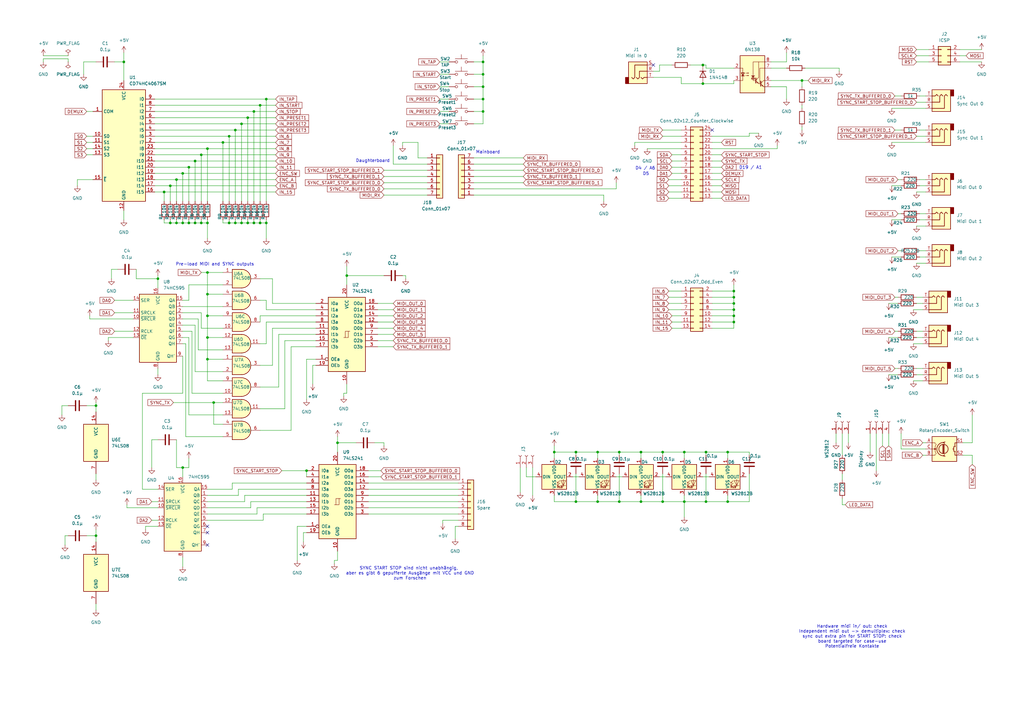
<source format=kicad_sch>
(kicad_sch (version 20231120) (generator "eeschema") (generator_version "8.0")
  (paper "A3")
  (junction (at 80.01 91.44))
  (junction (at 254 185.42))
  (junction (at 93.98 55.88))
  (junction (at 74.93 191.77))
  (junction (at 245.11 185.42))
  (junction (at 82.55 63.5))
  (junction (at 125.73 193.04))
  (junction (at 64.77 114.3))
  (junction (at 109.22 40.64))
  (junction (at 289.56 185.42))
  (junction (at 280.67 185.42))
  (junction (at 198.12 25.4))
  (junction (at 69.85 91.44))
  (junction (at 198.12 35.56))
  (junction (at 288.29 26.67))
  (junction (at 50.8 25.4))
  (junction (at 300.99 119.38))
  (junction (at 104.14 45.72))
  (junction (at 74.93 91.44))
  (junction (at 289.56 205.74))
  (junction (at 93.98 91.44))
  (junction (at 85.09 138.43))
  (junction (at 300.99 124.46))
  (junction (at 254 205.74))
  (junction (at 87.63 165.1))
  (junction (at 77.47 91.44))
  (junction (at 198.12 30.48))
  (junction (at 245.11 205.74))
  (junction (at 280.67 205.74))
  (junction (at 72.39 91.44))
  (junction (at 85.09 60.96))
  (junction (at 271.78 205.74))
  (junction (at 328.93 33.02))
  (junction (at 99.06 50.8))
  (junction (at 77.47 68.58))
  (junction (at 198.12 45.72))
  (junction (at 271.78 185.42))
  (junction (at 85.09 111.76))
  (junction (at 85.09 120.65))
  (junction (at 99.06 91.44))
  (junction (at 101.6 48.26))
  (junction (at 109.22 91.44))
  (junction (at 236.22 185.42))
  (junction (at 39.37 166.37))
  (junction (at 142.24 113.03))
  (junction (at 72.39 73.66))
  (junction (at 298.45 205.74))
  (junction (at 74.93 71.12))
  (junction (at 298.45 185.42))
  (junction (at 69.85 76.2))
  (junction (at 300.99 121.92))
  (junction (at 39.37 219.71))
  (junction (at 67.31 78.74))
  (junction (at 300.99 132.08))
  (junction (at 85.09 147.32))
  (junction (at 138.43 181.61))
  (junction (at 82.55 91.44))
  (junction (at 106.68 43.18))
  (junction (at 262.89 185.42))
  (junction (at 300.99 129.54))
  (junction (at 96.52 91.44))
  (junction (at 85.09 91.44))
  (junction (at 96.52 53.34))
  (junction (at 91.44 58.42))
  (junction (at 288.29 34.29))
  (junction (at 262.89 205.74))
  (junction (at 227.33 185.42))
  (junction (at 198.12 40.64))
  (junction (at 300.99 127))
  (junction (at 236.22 205.74))
  (junction (at 80.01 66.04))
  (junction (at 85.09 129.54))
  (junction (at 104.14 91.44))
  (junction (at 106.68 91.44))
  (junction (at 101.6 91.44))
  (no_connect (at 85.09 218.44))
  (no_connect (at 267.97 26.67))
  (no_connect (at 85.09 215.9))
  (no_connect (at 292.1 53.34))
  (no_connect (at 85.09 223.52))
  (wire (pts (xy 77.47 91.44) (xy 80.01 91.44)))
  (wire (pts (xy 151.13 205.74) (xy 187.96 205.74)))
  (wire (pts (xy 275.59 63.5) (xy 279.4 63.5)))
  (wire (pts (xy 119.38 142.24) (xy 119.38 176.53)))
  (wire (pts (xy 375.92 135.89) (xy 378.46 135.89)))
  (wire (pts (xy 345.44 204.47) (xy 345.44 207.01)))
  (wire (pts (xy 307.34 185.42) (xy 298.45 185.42)))
  (wire (pts (xy 138.43 181.61) (xy 146.05 181.61)))
  (wire (pts (xy 180.34 30.48) (xy 184.15 30.48)))
  (wire (pts (xy 374.65 156.21) (xy 378.46 156.21)))
  (wire (pts (xy 194.31 40.64) (xy 198.12 40.64)))
  (wire (pts (xy 292.1 60.96) (xy 318.77 60.96)))
  (wire (pts (xy 292.1 124.46) (xy 300.99 124.46)))
  (wire (pts (xy 367.03 135.89) (xy 368.3 135.89)))
  (wire (pts (xy 85.09 60.96) (xy 85.09 82.55)))
  (wire (pts (xy 393.7 22.86) (xy 396.24 22.86)))
  (wire (pts (xy 104.14 45.72) (xy 113.03 45.72)))
  (wire (pts (xy 77.47 170.18) (xy 77.47 138.43)))
  (wire (pts (xy 292.1 132.08) (xy 300.99 132.08)))
  (wire (pts (xy 31.75 76.2) (xy 31.75 73.66)))
  (wire (pts (xy 154.94 139.7) (xy 161.29 139.7)))
  (wire (pts (xy 328.93 52.07) (xy 328.93 53.34)))
  (wire (pts (xy 198.12 22.86) (xy 198.12 25.4)))
  (wire (pts (xy 27.94 219.71) (xy 26.67 219.71)))
  (wire (pts (xy 307.34 194.31) (xy 307.34 205.74)))
  (wire (pts (xy 35.56 60.96) (xy 38.1 60.96)))
  (wire (pts (xy 39.37 219.71) (xy 39.37 222.25)))
  (wire (pts (xy 77.47 90.17) (xy 77.47 91.44)))
  (wire (pts (xy 109.22 140.97) (xy 106.68 140.97)))
  (wire (pts (xy 71.12 165.1) (xy 87.63 165.1)))
  (wire (pts (xy 274.32 119.38) (xy 279.4 119.38)))
  (wire (pts (xy 292.1 55.88) (xy 307.34 55.88)))
  (wire (pts (xy 121.92 215.9) (xy 125.73 215.9)))
  (wire (pts (xy 289.56 27.94) (xy 289.56 26.67)))
  (wire (pts (xy 300.99 127) (xy 300.99 124.46)))
  (wire (pts (xy 99.06 50.8) (xy 113.03 50.8)))
  (wire (pts (xy 67.31 91.44) (xy 69.85 91.44)))
  (wire (pts (xy 124.46 218.44) (xy 125.73 218.44)))
  (wire (pts (xy 374.65 127) (xy 378.46 127)))
  (wire (pts (xy 292.1 66.04) (xy 295.91 66.04)))
  (wire (pts (xy 377.19 73.66) (xy 379.73 73.66)))
  (wire (pts (xy 157.48 69.85) (xy 175.26 69.85)))
  (wire (pts (xy 180.34 25.4) (xy 184.15 25.4)))
  (wire (pts (xy 300.99 129.54) (xy 300.99 127)))
  (wire (pts (xy 77.47 68.58) (xy 77.47 82.55)))
  (wire (pts (xy 104.14 90.17) (xy 104.14 91.44)))
  (wire (pts (xy 129.54 127) (xy 109.22 127)))
  (wire (pts (xy 85.09 208.28) (xy 102.87 208.28)))
  (wire (pts (xy 180.34 50.8) (xy 184.15 50.8)))
  (wire (pts (xy 154.94 129.54) (xy 161.29 129.54)))
  (wire (pts (xy 378.46 186.69) (xy 379.73 186.69)))
  (wire (pts (xy 227.33 185.42) (xy 227.33 187.96)))
  (wire (pts (xy 171.45 64.77) (xy 171.45 58.42)))
  (wire (pts (xy 262.89 205.74) (xy 262.89 203.2)))
  (wire (pts (xy 91.44 129.54) (xy 85.09 129.54)))
  (wire (pts (xy 74.93 228.6) (xy 74.93 232.41)))
  (wire (pts (xy 100.33 205.74) (xy 100.33 203.2)))
  (wire (pts (xy 105.41 208.28) (xy 125.73 208.28)))
  (wire (pts (xy 154.94 127) (xy 161.29 127)))
  (wire (pts (xy 109.22 91.44) (xy 109.22 97.79)))
  (wire (pts (xy 74.93 71.12) (xy 113.03 71.12)))
  (wire (pts (xy 39.37 166.37) (xy 39.37 168.91)))
  (wire (pts (xy 124.46 218.44) (xy 124.46 222.25)))
  (wire (pts (xy 198.12 30.48) (xy 198.12 25.4)))
  (wire (pts (xy 364.49 124.46) (xy 368.3 124.46)))
  (wire (pts (xy 106.68 132.08) (xy 106.68 129.54)))
  (wire (pts (xy 375.92 153.67) (xy 378.46 153.67)))
  (wire (pts (xy 298.45 205.74) (xy 289.56 205.74)))
  (wire (pts (xy 137.16 229.87) (xy 138.43 229.87)))
  (wire (pts (xy 194.31 35.56) (xy 198.12 35.56)))
  (wire (pts (xy 151.13 193.04) (xy 156.21 193.04)))
  (wire (pts (xy 72.39 73.66) (xy 72.39 82.55)))
  (wire (pts (xy 300.99 124.46) (xy 300.99 121.92)))
  (wire (pts (xy 104.14 45.72) (xy 104.14 82.55)))
  (wire (pts (xy 292.1 119.38) (xy 300.99 119.38)))
  (wire (pts (xy 87.63 165.1) (xy 91.44 165.1)))
  (wire (pts (xy 54.61 138.43) (xy 44.45 138.43)))
  (wire (pts (xy 369.57 184.15) (xy 379.73 184.15)))
  (wire (pts (xy 63.5 55.88) (xy 93.98 55.88)))
  (wire (pts (xy 63.5 63.5) (xy 82.55 63.5)))
  (wire (pts (xy 377.19 53.34) (xy 379.73 53.34)))
  (wire (pts (xy 375.92 138.43) (xy 378.46 138.43)))
  (wire (pts (xy 393.7 20.32) (xy 402.59 20.32)))
  (wire (pts (xy 198.12 45.72) (xy 198.12 40.64)))
  (wire (pts (xy 265.43 60.96) (xy 279.4 60.96)))
  (wire (pts (xy 274.32 81.28) (xy 279.4 81.28)))
  (wire (pts (xy 165.1 58.42) (xy 165.1 59.69)))
  (wire (pts (xy 129.54 142.24) (xy 119.38 142.24)))
  (wire (pts (xy 307.34 205.74) (xy 298.45 205.74)))
  (wire (pts (xy 63.5 60.96) (xy 85.09 60.96)))
  (wire (pts (xy 300.99 119.38) (xy 300.99 116.84)))
  (wire (pts (xy 34.29 25.4) (xy 34.29 30.48)))
  (wire (pts (xy 69.85 90.17) (xy 69.85 91.44)))
  (wire (pts (xy 194.31 50.8) (xy 198.12 50.8)))
  (wire (pts (xy 81.28 143.51) (xy 81.28 130.81)))
  (wire (pts (xy 125.73 147.32) (xy 125.73 163.83)))
  (wire (pts (xy 247.65 80.01) (xy 247.65 82.55)))
  (wire (pts (xy 77.47 187.96) (xy 77.47 191.77)))
  (wire (pts (xy 63.5 78.74) (xy 67.31 78.74)))
  (wire (pts (xy 85.09 129.54) (xy 85.09 120.65)))
  (wire (pts (xy 58.42 200.66) (xy 64.77 200.66)))
  (wire (pts (xy 58.42 161.29) (xy 58.42 200.66)))
  (wire (pts (xy 271.78 205.74) (xy 280.67 205.74)))
  (wire (pts (xy 316.23 33.02) (xy 328.93 33.02)))
  (wire (pts (xy 17.78 22.86) (xy 27.94 22.86)))
  (wire (pts (xy 106.68 149.86) (xy 111.76 149.86)))
  (wire (pts (xy 194.31 64.77) (xy 214.63 64.77)))
  (wire (pts (xy 275.59 68.58) (xy 279.4 68.58)))
  (wire (pts (xy 78.74 161.29) (xy 78.74 135.89)))
  (wire (pts (xy 91.44 179.07) (xy 76.2 179.07)))
  (wire (pts (xy 345.44 194.31) (xy 345.44 196.85)))
  (wire (pts (xy 72.39 180.34) (xy 72.39 191.77)))
  (wire (pts (xy 17.78 24.13) (xy 17.78 25.4)))
  (wire (pts (xy 109.22 132.08) (xy 109.22 140.97)))
  (wire (pts (xy 64.77 114.3) (xy 64.77 118.11)))
  (wire (pts (xy 69.85 76.2) (xy 113.03 76.2)))
  (wire (pts (xy 292.1 76.2) (xy 295.91 76.2)))
  (wire (pts (xy 81.28 130.81) (xy 74.93 130.81)))
  (wire (pts (xy 377.19 39.37) (xy 379.73 39.37)))
  (wire (pts (xy 85.09 90.17) (xy 85.09 91.44)))
  (wire (pts (xy 101.6 90.17) (xy 101.6 91.44)))
  (wire (pts (xy 106.68 43.18) (xy 113.03 43.18)))
  (wire (pts (xy 45.72 114.3) (xy 45.72 110.49)))
  (wire (pts (xy 298.45 185.42) (xy 289.56 185.42)))
  (wire (pts (xy 254 205.74) (xy 262.89 205.74)))
  (wire (pts (xy 289.56 205.74) (xy 280.67 205.74)))
  (wire (pts (xy 375.92 124.46) (xy 378.46 124.46)))
  (wire (pts (xy 109.22 40.64) (xy 113.03 40.64)))
  (wire (pts (xy 298.45 203.2) (xy 298.45 205.74)))
  (wire (pts (xy 77.47 191.77) (xy 74.93 191.77)))
  (wire (pts (xy 367.03 53.34) (xy 369.57 53.34)))
  (wire (pts (xy 274.32 78.74) (xy 279.4 78.74)))
  (wire (pts (xy 76.2 140.97) (xy 74.93 140.97)))
  (wire (pts (xy 137.16 229.87) (xy 137.16 231.14)))
  (wire (pts (xy 96.52 53.34) (xy 113.03 53.34)))
  (wire (pts (xy 270.51 26.67) (xy 275.59 26.67)))
  (wire (pts (xy 344.17 27.94) (xy 344.17 29.21)))
  (wire (pts (xy 111.76 114.3) (xy 111.76 124.46)))
  (wire (pts (xy 316.23 25.4) (xy 322.58 25.4)))
  (wire (pts (xy 44.45 138.43) (xy 44.45 139.7)))
  (wire (pts (xy 85.09 210.82) (xy 105.41 210.82)))
  (wire (pts (xy 101.6 48.26) (xy 113.03 48.26)))
  (wire (pts (xy 227.33 185.42) (xy 236.22 185.42)))
  (wire (pts (xy 154.94 132.08) (xy 161.29 132.08)))
  (wire (pts (xy 328.93 43.18) (xy 328.93 44.45)))
  (wire (pts (xy 91.44 152.4) (xy 80.01 152.4)))
  (wire (pts (xy 93.98 91.44) (xy 96.52 91.44)))
  (wire (pts (xy 154.94 137.16) (xy 161.29 137.16)))
  (wire (pts (xy 55.88 114.3) (xy 64.77 114.3)))
  (wire (pts (xy 215.9 195.58) (xy 219.71 195.58)))
  (wire (pts (xy 151.13 203.2) (xy 187.96 203.2)))
  (wire (pts (xy 245.11 205.74) (xy 254 205.74)))
  (wire (pts (xy 364.49 153.67) (xy 368.3 153.67)))
  (wire (pts (xy 322.58 35.56) (xy 322.58 40.64)))
  (wire (pts (xy 328.93 33.02) (xy 331.47 33.02)))
  (wire (pts (xy 91.44 90.17) (xy 91.44 91.44)))
  (wire (pts (xy 345.44 186.69) (xy 345.44 177.8)))
  (wire (pts (xy 218.44 191.77) (xy 218.44 203.2)))
  (wire (pts (xy 96.52 90.17) (xy 96.52 91.44)))
  (wire (pts (xy 97.79 200.66) (xy 125.73 200.66)))
  (wire (pts (xy 236.22 205.74) (xy 245.11 205.74)))
  (wire (pts (xy 129.54 132.08) (xy 109.22 132.08)))
  (wire (pts (xy 180.34 45.72) (xy 184.15 45.72)))
  (wire (pts (xy 82.55 128.27) (xy 74.93 128.27)))
  (wire (pts (xy 166.37 114.3) (xy 166.37 113.03)))
  (wire (pts (xy 116.84 167.64) (xy 106.68 167.64)))
  (wire (pts (xy 77.47 123.19) (xy 74.93 123.19)))
  (wire (pts (xy 215.9 191.77) (xy 215.9 195.58)))
  (wire (pts (xy 26.67 219.71) (xy 26.67 223.52)))
  (wire (pts (xy 63.5 58.42) (xy 91.44 58.42)))
  (wire (pts (xy 292.1 68.58) (xy 295.91 68.58)))
  (wire (pts (xy 245.11 205.74) (xy 245.11 203.2)))
  (wire (pts (xy 27.94 24.13) (xy 17.78 24.13)))
  (wire (pts (xy 181.61 213.36) (xy 181.61 214.63)))
  (wire (pts (xy 106.68 91.44) (xy 109.22 91.44)))
  (wire (pts (xy 322.58 21.59) (xy 322.58 25.4)))
  (wire (pts (xy 91.44 120.65) (xy 85.09 120.65)))
  (wire (pts (xy 85.09 213.36) (xy 107.95 213.36)))
  (wire (pts (xy 288.29 195.58) (xy 290.83 195.58)))
  (wire (pts (xy 82.55 91.44) (xy 85.09 91.44)))
  (wire (pts (xy 328.93 33.02) (xy 328.93 35.56)))
  (wire (pts (xy 198.12 25.4) (xy 194.31 25.4)))
  (wire (pts (xy 316.23 35.56) (xy 322.58 35.56)))
  (wire (pts (xy 129.54 139.7) (xy 116.84 139.7)))
  (wire (pts (xy 102.87 205.74) (xy 125.73 205.74)))
  (wire (pts (xy 227.33 203.2) (xy 227.33 205.74)))
  (wire (pts (xy 85.09 138.43) (xy 85.09 147.32)))
  (wire (pts (xy 85.09 203.2) (xy 97.79 203.2)))
  (wire (pts (xy 365.76 44.45) (xy 379.73 44.45)))
  (wire (pts (xy 85.09 111.76) (xy 91.44 111.76)))
  (wire (pts (xy 106.68 129.54) (xy 129.54 129.54)))
  (wire (pts (xy 105.41 210.82) (xy 105.41 208.28)))
  (wire (pts (xy 194.31 69.85) (xy 214.63 69.85)))
  (wire (pts (xy 300.99 134.62) (xy 300.99 132.08)))
  (wire (pts (xy 368.3 73.66) (xy 369.57 73.66)))
  (wire (pts (xy 99.06 90.17) (xy 99.06 91.44)))
  (wire (pts (xy 72.39 191.77) (xy 74.93 191.77)))
  (wire (pts (xy 106.68 158.75) (xy 114.3 158.75)))
  (wire (pts (xy 80.01 90.17) (xy 80.01 91.44)))
  (wire (pts (xy 59.69 215.9) (xy 59.69 217.17)))
  (wire (pts (xy 115.57 193.04) (xy 125.73 193.04)))
  (wire (pts (xy 128.27 149.86) (xy 128.27 157.48)))
  (wire (pts (xy 67.31 90.17) (xy 67.31 91.44)))
  (wire (pts (xy 107.95 210.82) (xy 125.73 210.82)))
  (wire (pts (xy 62.23 213.36) (xy 64.77 213.36)))
  (wire (pts (xy 100.33 203.2) (xy 125.73 203.2)))
  (wire (pts (xy 364.49 182.88) (xy 364.49 177.8)))
  (wire (pts (xy 104.14 91.44) (xy 106.68 91.44)))
  (wire (pts (xy 375.92 55.88) (xy 379.73 55.88)))
  (wire (pts (xy 368.3 121.92) (xy 367.03 121.92)))
  (wire (pts (xy 198.12 35.56) (xy 198.12 30.48)))
  (wire (pts (xy 227.33 182.88) (xy 227.33 185.42)))
  (wire (pts (xy 194.31 72.39) (xy 214.63 72.39)))
  (wire (pts (xy 36.83 130.81) (xy 36.83 129.54)))
  (wire (pts (xy 82.55 111.76) (xy 85.09 111.76)))
  (wire (pts (xy 114.3 158.75) (xy 114.3 137.16)))
  (wire (pts (xy 101.6 48.26) (xy 101.6 82.55)))
  (wire (pts (xy 275.59 129.54) (xy 279.4 129.54)))
  (wire (pts (xy 27.94 25.4) (xy 27.94 24.13)))
  (wire (pts (xy 91.44 134.62) (xy 82.55 134.62)))
  (wire (pts (xy 114.3 137.16) (xy 129.54 137.16)))
  (wire (pts (xy 129.54 149.86) (xy 128.27 149.86)))
  (wire (pts (xy 171.45 58.42) (xy 165.1 58.42)))
  (wire (pts (xy 279.4 34.29) (xy 279.4 31.75)))
  (wire (pts (xy 106.68 90.17) (xy 106.68 91.44)))
  (wire (pts (xy 109.22 127) (xy 109.22 123.19)))
  (wire (pts (xy 377.19 102.87) (xy 379.73 102.87)))
  (wire (pts (xy 274.32 76.2) (xy 279.4 76.2)))
  (wire (pts (xy 342.9 181.61) (xy 342.9 177.8)))
  (wire (pts (xy 292.1 78.74) (xy 295.91 78.74)))
  (wire (pts (xy 279.4 58.42) (xy 260.35 58.42)))
  (wire (pts (xy 63.5 76.2) (xy 69.85 76.2)))
  (wire (pts (xy 194.31 45.72) (xy 198.12 45.72)))
  (wire (pts (xy 55.88 110.49) (xy 55.88 114.3)))
  (wire (pts (xy 63.5 50.8) (xy 99.06 50.8)))
  (wire (pts (xy 85.09 60.96) (xy 113.03 60.96)))
  (wire (pts (xy 106.68 43.18) (xy 63.5 43.18)))
  (wire (pts (xy 129.54 147.32) (xy 125.73 147.32)))
  (wire (pts (xy 157.48 77.47) (xy 175.26 77.47)))
  (wire (pts (xy 116.84 139.7) (xy 116.84 167.64)))
  (wire (pts (xy 74.93 90.17) (xy 74.93 91.44)))
  (wire (pts (xy 300.99 34.29) (xy 300.99 33.02)))
  (wire (pts (xy 87.63 173.99) (xy 87.63 165.1)))
  (wire (pts (xy 375.92 25.4) (xy 381 25.4)))
  (wire (pts (xy 367.03 151.13) (xy 368.3 151.13)))
  (wire (pts (xy 262.89 205.74) (xy 271.78 205.74)))
  (wire (pts (xy 74.93 71.12) (xy 74.93 82.55)))
  (wire (pts (xy 288.29 34.29) (xy 300.99 34.29)))
  (wire (pts (xy 72.39 73.66) (xy 113.03 73.66)))
  (wire (pts (xy 82.55 90.17) (xy 82.55 91.44)))
  (wire (pts (xy 361.95 182.88) (xy 361.95 177.8)))
  (wire (pts (xy 85.09 156.21) (xy 85.09 147.32)))
  (wire (pts (xy 365.76 90.17) (xy 369.57 90.17)))
  (wire (pts (xy 307.34 54.61) (xy 311.15 54.61)))
  (wire (pts (xy 82.55 63.5) (xy 113.03 63.5)))
  (wire (pts (xy 63.5 71.12) (xy 74.93 71.12)))
  (wire (pts (xy 289.56 185.42) (xy 289.56 186.69)))
  (wire (pts (xy 307.34 186.69) (xy 307.34 185.42)))
  (wire (pts (xy 198.12 40.64) (xy 198.12 35.56)))
  (wire (pts (xy 157.48 182.88) (xy 157.48 181.61)))
  (wire (pts (xy 292.1 71.12) (xy 295.91 71.12)))
  (wire (pts (xy 138.43 229.87) (xy 138.43 226.06)))
  (wire (pts (xy 378.46 181.61) (xy 379.73 181.61)))
  (wire (pts (xy 95.25 200.66) (xy 95.25 198.12)))
  (wire (pts (xy 82.55 134.62) (xy 82.55 128.27)))
  (wire (pts (xy 377.19 87.63) (xy 379.73 87.63)))
  (wire (pts (xy 270.51 29.21) (xy 270.51 26.67)))
  (wire (pts (xy 35.56 63.5) (xy 38.1 63.5)))
  (wire (pts (xy 292.1 73.66) (xy 295.91 73.66)))
  (wire (pts (xy 50.8 25.4) (xy 50.8 33.02)))
  (wire (pts (xy 99.06 91.44) (xy 101.6 91.44)))
  (wire (pts (xy 74.93 161.29) (xy 58.42 161.29)))
  (wire (pts (xy 368.3 87.63) (xy 369.57 87.63)))
  (wire (pts (xy 280.67 205.74) (xy 280.67 203.2)))
  (wire (pts (xy 271.78 185.42) (xy 280.67 185.42)))
  (wire (pts (xy 262.89 185.42) (xy 262.89 187.96)))
  (wire (pts (xy 91.44 173.99) (xy 87.63 173.99)))
  (wire (pts (xy 25.4 170.18) (xy 25.4 166.37)))
  (wire (pts (xy 198.12 50.8) (xy 198.12 45.72)))
  (wire (pts (xy 375.92 121.92) (xy 378.46 121.92)))
  (wire (pts (xy 289.56 26.67) (xy 288.29 26.67)))
  (wire (pts (xy 99.06 50.8) (xy 99.06 82.55)))
  (wire (pts (xy 80.01 66.04) (xy 80.01 82.55)))
  (wire (pts (xy 62.23 180.34) (xy 64.77 180.34)))
  (wire (pts (xy 78.74 135.89) (xy 74.93 135.89)))
  (wire (pts (xy 213.36 191.77) (xy 213.36 201.93)))
  (wire (pts (xy 34.29 25.4) (xy 39.37 25.4)))
  (wire (pts (xy 72.39 91.44) (xy 74.93 91.44)))
  (wire (pts (xy 85.09 200.66) (xy 95.25 200.66)))
  (wire (pts (xy 194.31 77.47) (xy 252.73 77.47)))
  (wire (pts (xy 95.25 198.12) (xy 125.73 198.12)))
  (wire (pts (xy 121.92 215.9) (xy 121.92 229.87)))
  (wire (pts (xy 39.37 217.17) (xy 39.37 219.71)))
  (wire (pts (xy 375.92 20.32) (xy 381 20.32)))
  (wire (pts (xy 157.48 72.39) (xy 175.26 72.39)))
  (wire (pts (xy 35.56 219.71) (xy 39.37 219.71)))
  (wire (pts (xy 151.13 208.28) (xy 187.96 208.28)))
  (wire (pts (xy 85.09 138.43) (xy 85.09 129.54)))
  (wire (pts (xy 252.73 195.58) (xy 255.27 195.58)))
  (wire (pts (xy 72.39 90.17) (xy 72.39 91.44)))
  (wire (pts (xy 292.1 127) (xy 300.99 127)))
  (wire (pts (xy 271.78 185.42) (xy 271.78 186.69)))
  (wire (pts (xy 151.13 198.12) (xy 187.96 198.12)))
  (wire (pts (xy 394.97 186.69) (xy 398.78 186.69)))
  (wire (pts (xy 142.24 109.22) (xy 142.24 113.03)))
  (wire (pts (xy 50.8 21.59) (xy 50.8 25.4)))
  (wire (pts (xy 93.98 55.88) (xy 93.98 82.55)))
  (wire (pts (xy 107.95 213.36) (xy 107.95 210.82)))
  (wire (pts (xy 298.45 185.42) (xy 298.45 187.96)))
  (wire (pts (xy 63.5 45.72) (xy 104.14 45.72)))
  (wire (pts (xy 39.37 247.65) (xy 39.37 250.19)))
  (wire (pts (xy 375.92 107.95) (xy 379.73 107.95)))
  (wire (pts (xy 76.2 179.07) (xy 76.2 140.97)))
  (wire (pts (xy 91.44 147.32) (xy 85.09 147.32)))
  (wire (pts (xy 180.34 40.64) (xy 184.15 40.64)))
  (wire (pts (xy 96.52 53.34) (xy 63.5 53.34)))
  (wire (pts (xy 347.98 181.61) (xy 347.98 177.8)))
  (wire (pts (xy 93.98 55.88) (xy 113.03 55.88)))
  (wire (pts (xy 138.43 181.61) (xy 138.43 185.42)))
  (wire (pts (xy 375.92 78.74) (xy 379.73 78.74)))
  (wire (pts (xy 365.76 76.2) (xy 369.57 76.2)))
  (wire (pts (xy 236.22 185.42) (xy 236.22 186.69)))
  (wire (pts (xy 64.77 215.9) (xy 59.69 215.9)))
  (wire (pts (xy 318.77 60.96) (xy 318.77 59.69)))
  (wire (pts (xy 35.56 45.72) (xy 38.1 45.72)))
  (wire (pts (xy 138.43 179.07) (xy 138.43 181.61)))
  (wire (pts (xy 67.31 78.74) (xy 113.03 78.74)))
  (wire (pts (xy 91.44 91.44) (xy 93.98 91.44)))
  (wire (pts (xy 63.5 68.58) (xy 77.47 68.58)))
  (wire (pts (xy 330.2 27.94) (xy 344.17 27.94)))
  (wire (pts (xy 62.23 205.74) (xy 64.77 205.74)))
  (wire (pts (xy 111.76 149.86) (xy 111.76 134.62)))
  (wire (pts (xy 275.59 134.62) (xy 279.4 134.62)))
  (wire (pts (xy 227.33 205.74) (xy 236.22 205.74)))
  (wire (pts (xy 359.41 177.8) (xy 359.41 193.04)))
  (wire (pts (xy 109.22 90.17) (xy 109.22 91.44)))
  (wire (pts (xy 91.44 58.42) (xy 91.44 82.55)))
  (wire (pts (xy 236.22 185.42) (xy 245.11 185.42)))
  (wire (pts (xy 292.1 129.54) (xy 300.99 129.54)))
  (wire (pts (xy 289.56 194.31) (xy 289.56 205.74)))
  (wire (pts (xy 80.01 66.04) (xy 113.03 66.04)))
  (wire (pts (xy 364.49 138.43) (xy 368.3 138.43)))
  (wire (pts (xy 63.5 48.26) (xy 101.6 48.26)))
  (wire (pts (xy 274.32 121.92) (xy 279.4 121.92)))
  (wire (pts (xy 93.98 90.17) (xy 93.98 91.44)))
  (wire (pts (xy 279.4 34.29) (xy 288.29 34.29)))
  (wire (pts (xy 270.51 195.58) (xy 273.05 195.58)))
  (wire (pts (xy 254 185.42) (xy 262.89 185.42)))
  (wire (pts (xy 375.92 22.86) (xy 381 22.86)))
  (wire (pts (xy 289.56 27.94) (xy 300.99 27.94)))
  (wire (pts (xy 194.31 80.01) (xy 247.65 80.01)))
  (wire (pts (xy 106.68 114.3) (xy 111.76 114.3)))
  (wire (pts (xy 91.44 138.43) (xy 85.09 138.43)))
  (wire (pts (xy 154.94 124.46) (xy 161.29 124.46)))
  (wire (pts (xy 398.78 186.69) (xy 398.78 190.5)))
  (wire (pts (xy 292.1 81.28) (xy 295.91 81.28)))
  (wire (pts (xy 375.92 151.13) (xy 378.46 151.13)))
  (wire (pts (xy 46.99 135.89) (xy 54.61 135.89)))
  (wire (pts (xy 85.09 91.44) (xy 85.09 97.79)))
  (wire (pts (xy 377.19 105.41) (xy 379.73 105.41)))
  (wire (pts (xy 142.24 113.03) (xy 142.24 116.84)))
  (wire (pts (xy 69.85 76.2) (xy 69.85 82.55)))
  (wire (pts (xy 111.76 134.62) (xy 129.54 134.62)))
  (wire (pts (xy 63.5 40.64) (xy 109.22 40.64)))
  (wire (pts (xy 119.38 176.53) (xy 106.68 176.53)))
  (wire (pts (xy 187.96 215.9) (xy 186.69 215.9)))
  (wire (pts (xy 245.11 185.42) (xy 245.11 187.96)))
  (wire (pts (xy 39.37 194.31) (xy 39.37 196.85)))
  (wire (pts (xy 52.07 208.28) (xy 52.07 207.01)))
  (wire (pts (xy 245.11 185.42) (xy 254 185.42)))
  (wire (pts (xy 142.24 113.03) (xy 157.48 113.03)))
  (wire (pts (xy 252.73 77.47) (xy 252.73 74.93)))
  (wire (pts (xy 140.97 161.29) (xy 140.97 162.56)))
  (wire (pts (xy 194.31 74.93) (xy 214.63 74.93)))
  (wire (pts (xy 45.72 110.49) (xy 48.26 110.49)))
  (wire (pts (xy 307.34 55.88) (xy 307.34 54.61)))
  (wire (pts (xy 275.59 66.04) (xy 279.4 66.04)))
  (wire (pts (xy 46.99 128.27) (xy 54.61 128.27)))
  (wire (pts (xy 194.31 67.31) (xy 214.63 67.31)))
  (wire (pts (xy 375.92 92.71) (xy 379.73 92.71)))
  (wire (pts (xy 157.48 74.93) (xy 175.26 74.93)))
  (wire (pts (xy 77.47 138.43) (xy 74.93 138.43)))
  (wire (pts (xy 154.94 134.62) (xy 161.29 134.62)))
  (wire (pts (xy 292.1 134.62) (xy 300.99 134.62)))
  (wire (pts (xy 275.59 132.08) (xy 279.4 132.08)))
  (wire (pts (xy 157.48 80.01) (xy 175.26 80.01)))
  (wire (pts (xy 63.5 73.66) (xy 72.39 73.66)))
  (wire (pts (xy 271.78 55.88) (xy 279.4 55.88)))
  (wire (pts (xy 394.97 181.61) (xy 398.78 181.61)))
  (wire (pts (xy 367.03 39.37) (xy 369.57 39.37)))
  (wire (pts (xy 67.31 78.74) (xy 67.31 82.55)))
  (wire (pts (xy 85.09 205.74) (xy 100.33 205.74)))
  (wire (pts (xy 109.22 40.64) (xy 109.22 82.55)))
  (wire (pts (xy 398.78 170.18) (xy 398.78 181.61)))
  (wire (pts (xy 254 194.31) (xy 254 205.74)))
  (wire (pts (xy 80.01 91.44) (xy 82.55 91.44)))
  (wire (pts (xy 161.29 67.31) (xy 161.29 59.69)))
  (wire (pts (xy 316.23 27.94) (xy 322.58 27.94)))
  (wire (pts (xy 279.4 31.75) (xy 267.97 31.75)))
  (wire (pts (xy 365.76 105.41) (xy 369.57 105.41)))
  (wire (pts (xy 300.99 132.08) (xy 300.99 129.54)))
  (wire (pts (xy 186.69 215.9) (xy 186.69 220.98)))
  (wire (pts (xy 77.47 116.84) (xy 77.47 123.19)))
  (wire (pts (xy 80.01 133.35) (xy 74.93 133.35)))
  (wire (pts (xy 31.75 73.66) (xy 38.1 73.66)))
  (wire (pts (xy 74.93 91.44) (xy 77.47 91.44)))
  (wire (pts (xy 85.09 120.65) (xy 85.09 111.76)))
  (wire (pts (xy 82.55 63.5) (xy 82.55 82.55)))
  (wire (pts (xy 64.77 208.28) (xy 52.07 208.28)))
  (wire (pts (xy 91.44 116.84) (xy 77.47 116.84)))
  (wire (pts (xy 194.31 30.48) (xy 198.12 30.48)))
  (wire (pts (xy 96.52 53.34) (xy 96.52 82.55)))
  (wire (pts (xy 236.22 194.31) (xy 236.22 205.74)))
  (wire (pts (xy 97.79 203.2) (xy 97.79 200.66)))
  (wire (pts (xy 175.26 64.77) (xy 171.45 64.77)))
  (wire (pts (xy 280.67 185.42) (xy 280.67 187.96)))
  (wire (pts (xy 50.8 86.36) (xy 50.8 90.17)))
  (wire (pts (xy 25.4 166.37) (xy 27.94 166.37)))
  (wire (pts (xy 54.61 130.81) (xy 36.83 130.81)))
  (wire (pts (xy 102.87 208.28) (xy 102.87 205.74)))
  (wire (pts (xy 292.1 63.5) (xy 295.91 63.5)))
  (wire (pts (xy 62.23 191.77) (xy 62.23 180.34)))
  (wire (pts (xy 154.94 142.24) (xy 161.29 142.24)))
  (wire (pts (xy 292.1 121.92) (xy 300.99 121.92)))
  (wire (pts (xy 260.35 58.42) (xy 260.35 59.69)))
  (wire (pts (xy 292.1 58.42) (xy 295.91 58.42)))
  (wire (pts (xy 393.7 25.4) (xy 402.59 25.4)))
  (wire (pts (xy 46.99 25.4) (xy 50.8 25.4)))
  (wire (pts (xy 374.65 140.97) (xy 378.46 140.97)))
  (wire (pts (xy 69.85 91.44) (xy 72.39 91.44)))
  (wire (pts (xy 377.19 90.17) (xy 379.73 90.17)))
  (wire (pts (xy 280.67 185.42) (xy 289.56 185.42)))
  (wire (pts (xy 125.73 193.04) (xy 125.73 195.58)))
  (wire (pts (xy 96.52 91.44) (xy 99.06 91.44)))
  (wire (pts (xy 365.76 58.42) (xy 379.73 58.42)))
  (wire (pts (xy 142.24 161.29) (xy 142.24 157.48)))
  (wire (pts (xy 91.44 143.51) (xy 81.28 143.51)))
  (wire (pts (xy 35.56 55.88) (xy 38.1 55.88)))
  (wire (pts (xy 111.76 124.46) (xy 129.54 124.46)))
  (wire (pts (xy 35.56 166.37) (xy 39.37 166.37)))
  (wire (pts (xy 151.13 195.58) (xy 156.21 195.58)))
  (wire (pts (xy 91.44 170.18) (xy 77.47 170.18)))
  (wire (pts (xy 74.93 191.77) (xy 74.93 195.58)))
  (wire (pts (xy 39.37 165.1) (xy 39.37 166.37)))
  (wire (pts (xy 151.13 210.82) (xy 187.96 210.82)))
  (wire (pts (xy 274.32 127) (xy 279.4 127)))
  (wire (pts (xy 91.44 156.21) (xy 85.09 156.21)))
  (wire (pts (xy 274.32 124.46) (xy 279.4 124.46)))
  (wire (pts (xy 356.87 177.8) (xy 356.87 185.42)))
  (wire (pts (xy 166.37 113.03) (xy 165.1 113.03)))
  (wire (pts (xy 35.56 58.42) (xy 38.1 58.42)))
  (wire (pts (xy 46.99 123.19) (xy 54.61 123.19)))
  (wire (pts (xy 91.44 161.29) (xy 78.74 161.29)))
  (wire (pts (xy 91.44 58.42) (xy 113.03 58.42)))
  (wire (pts (xy 254 185.42) (xy 254 186.69)))
  (wire (pts (xy 64.77 151.13) (xy 64.77 153.67)))
  (wire (pts (xy 77.47 68.58) (xy 113.03 68.58)))
  (wire (pts (xy 106.68 43.18) (xy 106.68 82.55)))
  (wire (pts (xy 345.44 207.01) (xy 346.71 207.01)))
  (wire (pts (xy 187.96 213.36) (xy 181.61 213.36)))
  (wire (pts (xy 274.32 73.66) (xy 279.4 73.66)))
  (wire (pts (xy 74.93 125.73) (xy 91.44 125.73)))
  (wire (pts (xy 369.57 177.8) (xy 369.57 184.15)))
  (wire (pts (xy 267.97 29.21) (xy 270.51 29.21)))
  (wire (pts (xy 80.01 152.4) (xy 80.01 133.35)))
  (wire (pts (xy 275.59 71.12) (xy 279.4 71.12)))
  (wire (pts (xy 157.48 181.61) (xy 153.67 181.61)))
  (wire (pts (xy 280.67 205.74) (xy 280.67 212.09)))
  (wire (pts (xy 109.22 123.19) (xy 106.68 123.19)))
  (wire (pts (xy 271.78 194.31) (xy 271.78 205.74)))
  (wire (pts (xy 180.34 35.56) (xy 184.15 35.56)))
  (wire (pts (xy 161.29 67.31) (xy 175.26 67.31)))
  (wire (pts (xy 64.77 113.03) (xy 64.77 114.3)))
  (wire (pts (xy 262.89 185.42) (xy 271.78 185.42)))
  (wire (pts (xy 368.3 102.87) (xy 369.57 102.87)))
  (wire (pts (xy 151.13 200.66) (xy 187.96 200.66)))
  (wire (pts (xy 377.19 76.2) (xy 379.73 76.2)))
  (wire (pts (xy 234.95 195.58) (xy 237.49 195.58)))
  (wire (pts (xy 283.21 26.67) (xy 288.29 26.67)))
  (wire (pts (xy 271.78 53.34) (xy 279.4 53.34)))
  (wire (pts (xy 140.97 161.29) (xy 142.24 161.29)))
  (wire (pts (xy 300.99 121.92) (xy 300.99 119.38)))
  (wire (pts (xy 74.93 146.05) (xy 74.93 161.29)))
  (wire (pts (xy 63.5 66.04) (xy 80.01 66.04)))
  (wire (pts (xy 101.6 91.44) (xy 104.14 91.44)))
  (wire (pts (xy 375.92 41.91) (xy 379.73 41.91)))
  (text "Daughterboard" (at 152.908 66.04 0) (effects (font (size 1.27 1.27))))
  (text "Hardware midi in/ out: check\nIndependent midi out -> demultiplex: check\nsync out extra pin for START STOP: check\nboard targeted for case-use\nPotentialfreie Kontakte" (at 349.504 261.112 0) (effects (font (size 1.27 1.27))))
  (text "Mainboard" (at 200.152 62.484 0) (effects (font (size 1.27 1.27))))
  (text "SYNC START STOP sind nicht unabhängig, \naber es gibt 6 gepufferte Ausgänge mit VCC und GND\nzum Forschen" (at 168.148 235.204 0) (effects (font (size 1.27 1.27))))
  (text "D5" (at 264.922 71.374 0) (effects (font (size 1.27 1.27))))
  (text "Pre-load MIDI and SYNC outputs" (at 88.138 108.458 0) (effects (font (size 1.27 1.27))))
  (text "D19 / A1" (at 307.848 68.834 0) (effects (font (size 1.27 1.27))))
  (text "D4 / A6" (at 264.668 69.088 0) (effects (font (size 1.27 1.27))))
  (global_label "SYNC_START_STOP_BUFFERED_1" (shape input) (at 214.63 74.93 0) (property "Intersheetrefs" "${INTERSHEET_REFS}" (effects (hide yes))))
  (global_label "IN_PRESET1" (shape input) (at 180.34 40.64 180) (property "Intersheetrefs" "${INTERSHEET_REFS}" (effects (hide yes))))
  (global_label "MIDI_RX" (shape input) (at 157.48 80.01 180) (property "Intersheetrefs" "${INTERSHEET_REFS}" (effects (hide yes))))
  (global_label "SYNC_TX_BUFFERED_0" (shape input) (at 157.48 77.47 180) (property "Intersheetrefs" "${INTERSHEET_REFS}" (effects (hide yes))))
  (global_label "IN_PRESET3" (shape input) (at 113.03 53.34 0) (property "Intersheetrefs" "${INTERSHEET_REFS}" (effects (hide yes))))
  (global_label "IN_7" (shape input) (at 113.03 58.42 0) (property "Intersheetrefs" "${INTERSHEET_REFS}" (effects (hide yes))))
  (global_label "S1" (shape input) (at 35.56 58.42 180) (property "Intersheetrefs" "${INTERSHEET_REFS}" (effects (hide yes))))
  (global_label "ENC_B" (shape input) (at 378.46 186.69 180) (property "Intersheetrefs" "${INTERSHEET_REFS}" (effects (hide yes))))
  (global_label "DA1" (shape input) (at 275.59 71.12 180) (property "Intersheetrefs" "${INTERSHEET_REFS}" (effects (hide yes))))
  (global_label "IN_6" (shape input) (at 113.03 55.88 0) (property "Intersheetrefs" "${INTERSHEET_REFS}" (effects (hide yes))))
  (global_label "SDA" (shape input) (at 275.59 63.5 180) (property "Intersheetrefs" "${INTERSHEET_REFS}" (effects (hide yes))))
  (global_label "SDA" (shape input) (at 364.49 182.88 270) (property "Intersheetrefs" "${INTERSHEET_REFS}" (effects (hide yes))))
  (global_label "MIDI_TX" (shape input) (at 271.78 53.34 180) (property "Intersheetrefs" "${INTERSHEET_REFS}" (effects (hide yes))))
  (global_label "IN_STOP" (shape input) (at 180.34 35.56 180) (property "Intersheetrefs" "${INTERSHEET_REFS}" (effects (hide yes))))
  (global_label "MIDI_OUT_5" (shape input) (at 367.03 151.13 180) (property "Intersheetrefs" "${INTERSHEET_REFS}" (effects (hide yes))))
  (global_label "IN_PRESET3" (shape input) (at 180.34 50.8 180) (property "Intersheetrefs" "${INTERSHEET_REFS}" (effects (hide yes))))
  (global_label "MIDI_OUT_3" (shape input) (at 161.29 132.08 0) (property "Intersheetrefs" "${INTERSHEET_REFS}" (effects (hide yes))))
  (global_label "IN_PRESET2" (shape input) (at 180.34 45.72 180) (property "Intersheetrefs" "${INTERSHEET_REFS}" (effects (hide yes))))
  (global_label "DA2" (shape input) (at 62.23 213.36 180) (property "Intersheetrefs" "${INTERSHEET_REFS}" (effects (hide yes))))
  (global_label "MISO" (shape input) (at 375.92 20.32 180) (property "Intersheetrefs" "${INTERSHEET_REFS}" (effects (hide yes))))
  (global_label "SCLK" (shape input) (at 375.92 22.86 180) (property "Intersheetrefs" "${INTERSHEET_REFS}" (effects (hide yes))))
  (global_label "S2" (shape input) (at 35.56 60.96 180) (property "Intersheetrefs" "${INTERSHEET_REFS}" (effects (hide yes))))
  (global_label "DA0" (shape input) (at 46.99 123.19 180) (property "Intersheetrefs" "${INTERSHEET_REFS}" (effects (hide yes))))
  (global_label "IN_11" (shape input) (at 275.59 132.08 180) (property "Intersheetrefs" "${INTERSHEET_REFS}" (effects (hide yes))))
  (global_label "SYNC_TX_BUFFERED_0" (shape input) (at 161.29 139.7 0) (property "Intersheetrefs" "${INTERSHEET_REFS}" (effects (hide yes))))
  (global_label "S3" (shape input) (at 35.56 63.5 180) (property "Intersheetrefs" "${INTERSHEET_REFS}" (effects (hide yes))))
  (global_label "SYNC_START_STOP_BUFFERED_1" (shape input) (at 157.48 69.85 180) (property "Intersheetrefs" "${INTERSHEET_REFS}" (effects (hide yes))))
  (global_label "DA1" (shape input) (at 62.23 205.74 180) (property "Intersheetrefs" "${INTERSHEET_REFS}" (effects (hide yes))))
  (global_label "SYNC_START_STOP_BUFFERED_0" (shape input) (at 375.92 41.91 180) (property "Intersheetrefs" "${INTERSHEET_REFS}" (effects (hide yes))))
  (global_label "RST" (shape input) (at 375.92 25.4 180) (property "Intersheetrefs" "${INTERSHEET_REFS}" (effects (hide yes))))
  (global_label "LED_DATA" (shape input) (at 295.91 81.28 0) (property "Intersheetrefs" "${INTERSHEET_REFS}" (effects (hide yes))))
  (global_label "SCLK" (shape input) (at 295.91 73.66 0) (property "Intersheetrefs" "${INTERSHEET_REFS}" (effects (hide yes))))
  (global_label "MIDI_OUT_0" (shape input) (at 368.3 73.66 180) (property "Intersheetrefs" "${INTERSHEET_REFS}" (effects (hide yes))))
  (global_label "SYNC_START_STOP_BUFFERED_1" (shape input) (at 375.92 55.88 180) (property "Intersheetrefs" "${INTERSHEET_REFS}" (effects (hide yes))))
  (global_label "S1" (shape input) (at 274.32 76.2 180) (property "Intersheetrefs" "${INTERSHEET_REFS}" (effects (hide yes))))
  (global_label "IN_TAP" (shape input) (at 180.34 25.4 180) (property "Intersheetrefs" "${INTERSHEET_REFS}" (effects (hide yes))))
  (global_label "IN_9" (shape input) (at 274.32 127 180) (property "Intersheetrefs" "${INTERSHEET_REFS}" (effects (hide yes))))
  (global_label "DEMUX" (shape input) (at 35.56 45.72 180) (property "Intersheetrefs" "${INTERSHEET_REFS}" (effects (hide yes))))
  (global_label "IN_15" (shape input) (at 113.03 78.74 0) (property "Intersheetrefs" "${INTERSHEET_REFS}" (effects (hide yes))))
  (global_label "IN_START" (shape input) (at 180.34 30.48 180) (property "Intersheetrefs" "${INTERSHEET_REFS}" (effects (hide yes))))
  (global_label "SYNC_START_STOP_BUFFERED_0" (shape input) (at 214.63 69.85 0) (property "Intersheetrefs" "${INTERSHEET_REFS}" (effects (hide yes))))
  (global_label "MIDI_OUT_2" (shape input) (at 161.29 129.54 0) (property "Intersheetrefs" "${INTERSHEET_REFS}" (effects (hide yes))))
  (global_label "IN_PRESET2" (shape input) (at 113.03 50.8 0) (property "Intersheetrefs" "${INTERSHEET_REFS}" (effects (hide yes))))
  (global_label "DA2" (shape input) (at 295.91 68.58 0) (property "Intersheetrefs" "${INTERSHEET_REFS}" (effects (hide yes))))
  (global_label "MISO" (shape input) (at 295.91 76.2 0) (property "Intersheetrefs" "${INTERSHEET_REFS}" (effects (hide yes))))
  (global_label "IN_TAP" (shape input) (at 113.03 40.64 0) (property "Intersheetrefs" "${INTERSHEET_REFS}" (effects (hide yes))))
  (global_label "MIDI_OUT_1" (shape input) (at 161.29 127 0) (property "Intersheetrefs" "${INTERSHEET_REFS}" (effects (hide yes))))
  (global_label "MIDI_OUT_5" (shape input) (at 161.29 137.16 0) (property "Intersheetrefs" "${INTERSHEET_REFS}" (effects (hide yes))))
  (global_label "ENC_B" (shape input) (at 113.03 76.2 0) (property "Intersheetrefs" "${INTERSHEET_REFS}" (effects (hide yes))))
  (global_label "MOSI" (shape input) (at 396.24 22.86 0) (property "Intersheetrefs" "${INTERSHEET_REFS}" (effects (hide yes))))
  (global_label "SYNC_START_STOP" (shape input) (at 295.91 63.5 0) (property "Intersheetrefs" "${INTERSHEET_REFS}" (effects (hide yes))))
  (global_label "SYNC_TX" (shape input) (at 71.12 165.1 180) (property "Intersheetrefs" "${INTERSHEET_REFS}" (effects (hide yes))))
  (global_label "IN_START" (shape input) (at 113.03 43.18 0) (property "Intersheetrefs" "${INTERSHEET_REFS}" (effects (hide yes))))
  (global_label "ENC_A" (shape input) (at 378.46 181.61 180) (property "Intersheetrefs" "${INTERSHEET_REFS}" (effects (hide yes))))
  (global_label "IN_9" (shape input) (at 113.03 63.5 0) (property "Intersheetrefs" "${INTERSHEET_REFS}" (effects (hide yes))))
  (global_label "MIDI_OUT_1" (shape input) (at 368.3 87.63 180) (property "Intersheetrefs" "${INTERSHEET_REFS}" (effects (hide yes))))
  (global_label "IN_STOP" (shape input) (at 113.03 45.72 0) (property "Intersheetrefs" "${INTERSHEET_REFS}" (effects (hide yes))))
  (global_label "SYNC_START_STOP" (shape input) (at 115.57 193.04 180) (property "Intersheetrefs" "${INTERSHEET_REFS}" (effects (hide yes))))
  (global_label "MIDI_OUT_4" (shape input) (at 367.03 135.89 180) (property "Intersheetrefs" "${INTERSHEET_REFS}" (effects (hide yes))))
  (global_label "DA2" (shape input) (at 46.99 135.89 180) (property "Intersheetrefs" "${INTERSHEET_REFS}" (effects (hide yes))))
  (global_label "S0" (shape input) (at 274.32 73.66 180) (property "Intersheetrefs" "${INTERSHEET_REFS}" (effects (hide yes))))
  (global_label "RST" (shape input) (at 295.91 58.42 0) (property "Intersheetrefs" "${INTERSHEET_REFS}" (effects (hide yes))))
  (global_label "MIDI_TX" (shape input) (at 82.55 111.76 180) (property "Intersheetrefs" "${INTERSHEET_REFS}" (effects (hide yes))))
  (global_label "SYNC_START_STOP_BUFFERED_0" (shape input) (at 157.48 74.93 180) (property "Intersheetrefs" "${INTERSHEET_REFS}" (effects (hide yes))))
  (global_label "SYNC_TX_BUFFERED_1" (shape input) (at 161.29 142.24 0) (property "Intersheetrefs" "${INTERSHEET_REFS}" (effects (hide yes))))
  (global_label "MIDI_RX" (shape input) (at 331.47 33.02 0) (property "Intersheetrefs" "${INTERSHEET_REFS}" (effects (hide yes))))
  (global_label "S0" (shape input) (at 35.56 55.88 180) (property "Intersheetrefs" "${INTERSHEET_REFS}" (effects (hide yes))))
  (global_label "DA0" (shape input) (at 275.59 68.58 180) (property "Intersheetrefs" "${INTERSHEET_REFS}" (effects (hide yes))))
  (global_label "MIDI_RX" (shape input) (at 214.63 64.77 0) (property "Intersheetrefs" "${INTERSHEET_REFS}" (effects (hide yes))))
  (global_label "IN_8" (shape input) (at 274.32 124.46 180) (property "Intersheetrefs" "${INTERSHEET_REFS}" (effects (hide yes))))
  (global_label "SYNC_START_STOP_BUFFERED_0" (shape input) (at 156.21 193.04 0) (property "Intersheetrefs" "${INTERSHEET_REFS}" (effects (hide yes))))
  (global_label "IN_PRESET1" (shape input) (at 113.03 48.26 0) (property "Intersheetrefs" "${INTERSHEET_REFS}" (effects (hide yes))))
  (global_label "MIDI_RX" (shape input) (at 271.78 55.88 180) (property "Intersheetrefs" "${INTERSHEET_REFS}" (effects (hide yes))))
  (global_label "IN_11" (shape input) (at 113.03 68.58 0) (property "Intersheetrefs" "${INTERSHEET_REFS}" (effects (hide yes))))
  (global_label "LED_DATA" (shape input) (at 346.71 207.01 0) (property "Intersheetrefs" "${INTERSHEET_REFS}" (effects (hide yes))))
  (global_label "SYNC_TX_BUFFERED_1" (shape input) (at 157.48 72.39 180) (property "Intersheetrefs" "${INTERSHEET_REFS}" (effects (hide yes))))
  (global_label "MIDI_OUT_4" (shape input) (at 161.29 134.62 0) (property "Intersheetrefs" "${INTERSHEET_REFS}" (effects (hide yes))))
  (global_label "SYNC_START_STOP_BUFFERED_1" (shape input) (at 156.21 195.58 0) (property "Intersheetrefs" "${INTERSHEET_REFS}" (effects (hide yes))))
  (global_label "SYNC_TX_BUFFERED_0" (shape input) (at 214.63 67.31 0) (property "Intersheetrefs" "${INTERSHEET_REFS}" (effects (hide yes))))
  (global_label "MIDI_OUT_3" (shape input) (at 367.03 121.92 180) (property "Intersheetrefs" "${INTERSHEET_REFS}" (effects (hide yes))))
  (global_label "ENC_SW" (shape input) (at 398.78 190.5 270) (property "Intersheetrefs" "${INTERSHEET_REFS}" (effects (hide yes))))
  (global_label "MIDI_OUT_2" (shape input) (at 368.3 102.87 180) (property "Intersheetrefs" "${INTERSHEET_REFS}" (effects (hide yes))))
  (global_label "MIDI_OUT_0" (shape input) (at 161.29 124.46 0) (property "Intersheetrefs" "${INTERSHEET_REFS}" (effects (hide yes))))
  (global_label "IN_15" (shape input) (at 275.59 134.62 180) (property "Intersheetrefs" "${INTERSHEET_REFS}" (effects (hide yes))))
  (global_label "SYNC_TX" (shape input) (at 295.91 66.04 0) (property "Intersheetrefs" "${INTERSHEET_REFS}" (effects (hide yes))))
  (global_label "ENC_SW" (shape input) (at 113.03 71.12 0) (property "Intersheetrefs" "${INTERSHEET_REFS}" (effects (hide yes))))
  (global_label "IN_10" (shape input) (at 113.03 66.04 0) (property "Intersheetrefs" "${INTERSHEET_REFS}" (effects (hide yes))))
  (global_label "MOSI" (shape input) (at 295.91 78.74 0) (property "Intersheetrefs" "${INTERSHEET_REFS}" (effects (hide yes))))
  (global_label "SYNC_TX_BUFFERED_0" (shape input) (at 367.03 39.37 180) (property "Intersheetrefs" "${INTERSHEET_REFS}" (effects (hide yes))))
  (global_label "SYNC_TX_BUFFERED_1" (shape input) (at 214.63 72.39 0) (property "Intersheetrefs" "${INTERSHEET_REFS}" (effects (hide yes))))
  (global_label "IN_6" (shape input) (at 274.32 119.38 180) (property "Intersheetrefs" "${INTERSHEET_REFS}" (effects (hide yes))))
  (global_label "S3" (shape input) (at 274.32 81.28 180) (property "Intersheetrefs" "${INTERSHEET_REFS}" (effects (hide yes))))
  (global_label "IN_8" (shape input) (at 113.03 60.96 0) (property "Intersheetrefs" "${INTERSHEET_REFS}" (effects (hide yes))))
  (global_label "DEMUX" (shape input) (at 295.91 71.12 0) (property "Intersheetrefs" "${INTERSHEET_REFS}" (effects (hide yes))))
  (global_label "ENC_A" (shape input) (at 113.03 73.66 0) (property "Intersheetrefs" "${INTERSHEET_REFS}" (effects (hide yes))))
  (global_label "IN_7" (shape input) (at 274.32 121.92 180) (property "Intersheetrefs" "${INTERSHEET_REFS}" (effects (hide yes))))
  (global_label "S2" (shape input) (at 274.32 78.74 180) (property "Intersheetrefs" "${INTERSHEET_REFS}" (effects (hide yes))))
  (global_label "SCL" (shape input) (at 275.59 66.04 180) (property "Intersheetrefs" "${INTERSHEET_REFS}" (effects (hide yes))))
  (global_label "SCL" (shape input) (at 361.95 182.88 270) (property "Intersheetrefs" "${INTERSHEET_REFS}" (effects (hide yes))))
  (global_label "DA1" (shape input) (at 46.99 128.27 180) (property "Intersheetrefs" "${INTERSHEET_REFS}" (effects (hide yes))))
  (global_label "SYNC_TX_BUFFERED_1" (shape input) (at 367.03 53.34 180) (property "Intersheetrefs" "${INTERSHEET_REFS}" (effects (hide yes))))
  (global_label "IN_10" (shape input) (at 275.59 129.54 180) (property "Intersheetrefs" "${INTERSHEET_REFS}" (effects (hide yes))))
  (symbol (lib_id "power:GND") (at 213.36 201.93 0) (unit 1)
    (property "Reference" "#PWR071" (effects (hide yes)))
    (property "Value" "GND" (at 213.36 207.01 0))
  )
  (symbol (lib_id "LED:WS2812B") (at 227.33 195.58 0) (unit 1)
    (property "Reference" "D2" (at 228.854 189.484 0))
    (property "Value" "WS2812B" (at 232.918 202.438 0))
    (property "Footprint" "LED_SMD:LED_WS2812B_PLCC4_5.0x5.0mm_P3.2mm" (effects (hide yes)))
    (property "Datasheet" "https://cdn-shop.adafruit.com/datasheets/WS2812B.pdf" (effects (hide yes)))
    (property "Description" "RGB LED with integrated controller" (effects (hide yes)))
  )
  (symbol (lib_id "power:+5V") (at 364.49 124.46 180) (unit 1)
    (property "Reference" "#PWR034" (effects (hide yes)))
    (property "Value" "+5V" (at 364.49 129.54 0))
  )
  (symbol (lib_id "Connector_Audio:AudioJack3") (at 384.81 105.41 180) (unit 1)
    (property "Reference" "J8" (at 392.43 103.505 0) (effects (justify right)))
    (property "Value" "Midi Out 2" (at 392.43 106.045 0) (effects (justify right)))
    (property "Footprint" "Connector_Audio:Jack_3.5mm_CUI_SJ-3523-SMT_Horizontal" (effects (hide yes)))
  )
  (symbol (lib_id "Device:R") (at 69.85 86.36 0) (unit 1)
    (property "Reference" "R2" (at 68.58 90.17 90) (effects (justify left)))
    (property "Value" "10k" (at 69.85 87.63 90) (effects (justify left)))
    (property "Footprint" "Resistor_SMD:R_0603_1608Metric" (effects (hide yes)))
  )
  (symbol (lib_id "power:GND") (at 311.15 54.61 0) (unit 1)
    (property "Reference" "#PWR028" (effects (hide yes)))
    (property "Value" "GND" (at 311.15 59.69 0))
  )
  (symbol (lib_id "Device:R") (at 345.44 190.5 180) (unit 1)
    (property "Reference" "R27" (at 342.9 190.5 90))
    (property "Value" "220" (at 345.44 190.5 90))
    (property "Footprint" "Resistor_SMD:R_0603_1608Metric" (effects (hide yes)))
  )
  (symbol (lib_id "74xx:74LS241") (at 142.24 137.16 0) (unit 1)
    (property "Reference" "U2" (at 144.4341 116.84 0) (effects (justify left)))
    (property "Value" "74LS241" (at 144.4341 119.38 0) (effects (justify left)))
    (property "Footprint" "Package_SO:SOIC-20W_7.5x12.8mm_P1.27mm" (effects (hide yes)))
    (property "Datasheet" "http://www.ti.com/lit/ds/symlink/sn74ls241.pdf" (effects (hide yes)))
  )
  (symbol (lib_id "Device:R") (at 372.11 121.92 90) (unit 1)
    (property "Reference" "R29" (at 372.11 119.38 90) (effects (justify left)))
    (property "Value" "220" (at 374.65 121.92 90) (effects (justify left)))
    (property "Footprint" "Resistor_SMD:R_0603_1608Metric" (effects (hide yes)))
  )
  (symbol (lib_id "power:+5V") (at 218.44 203.2 180) (unit 1)
    (property "Reference" "#PWR072" (effects (hide yes)))
    (property "Value" "+5V" (at 218.44 208.28 0))
  )
  (symbol (lib_id "power:GND") (at 165.1 59.69 0) (unit 1)
    (property "Reference" "#PWR073" (effects (hide yes)))
    (property "Value" "GND" (at 165.1 64.77 0))
  )
  (symbol (lib_id "power:GND") (at 186.69 220.98 0) (unit 1)
    (property "Reference" "#PWR056" (effects (hide yes)))
    (property "Value" "GND" (at 186.69 226.06 0))
  )
  (symbol (lib_id "Device:C") (at 254 190.5 0) (unit 1)
    (property "Reference" "C9" (at 250.952 188.214 0) (effects (justify left)))
    (property "Value" "0.1µ" (at 254 188.214 0) (effects (justify left)))
    (property "Footprint" "Capacitor_SMD:C_0603_1608Metric" (effects (hide yes)))
  )
  (symbol (lib_id "Device:R") (at 106.68 86.36 0) (unit 1)
    (property "Reference" "R16" (at 105.41 90.17 90) (effects (justify left)))
    (property "Value" "10k" (at 106.68 87.63 90) (effects (justify left)))
    (property "Footprint" "Resistor_SMD:R_0603_1608Metric" (effects (hide yes)))
  )
  (symbol (lib_id "Device:C") (at 149.86 181.61 90) (unit 1)
    (property "Reference" "C7" (at 149.86 173.99 90))
    (property "Value" "0.1µ" (at 149.86 176.53 90))
    (property "Footprint" "Capacitor_SMD:C_0603_1608Metric" (effects (hide yes)))
  )
  (symbol (lib_id "Connector_Generic:Conn_02x07_Odd_Even") (at 284.48 127 0) (unit 1)
    (property "Reference" "J4" (at 285.75 113.03 0))
    (property "Value" "Conn_02x07_Odd_Even" (at 285.75 115.57 0))
    (property "Footprint" "Connector_PinHeader_2.54mm:PinHeader_2x07_P2.54mm_Vertical" (effects (hide yes)))
    (property "Description" "Generic connector, double row, 02x07, odd/even pin numbering scheme (row 1 odd numbers, row 2 even numbers), script generated (kicad-library-utils/schlib/autogen/connector/)" (effects (hide yes)))
  )
  (symbol (lib_id "power:GND") (at 342.9 181.61 0) (unit 1)
    (property "Reference" "#PWR030" (effects (hide yes)))
    (property "Value" "GND" (at 342.9 186.69 0))
  )
  (symbol (lib_id "power:GND") (at 74.93 232.41 0) (unit 1)
    (property "Reference" "#PWR055" (effects (hide yes)))
    (property "Value" "GND" (at 74.93 237.49 0))
  )
  (symbol (lib_id "Device:C") (at 68.58 180.34 270) (unit 1)
    (property "Reference" "C3" (at 68.58 172.72 90))
    (property "Value" "0.1µ" (at 68.58 175.26 90))
    (property "Footprint" "Capacitor_SMD:C_0603_1608Metric" (effects (hide yes)))
  )
  (symbol (lib_id "Device:R") (at 85.09 86.36 0) (unit 1)
    (property "Reference" "R8" (at 83.82 90.17 90) (effects (justify left)))
    (property "Value" "10k" (at 85.09 87.63 90) (effects (justify left)))
    (property "Footprint" "Resistor_SMD:R_0603_1608Metric" (effects (hide yes)))
  )
  (symbol (lib_id "74xx:74LS08") (at 39.37 181.61 0) (unit 5)
    (property "Reference" "U6" (at 45.72 180.3399 0) (effects (justify left)))
    (property "Value" "74LS08" (at 45.72 182.8799 0) (effects (justify left)))
    (property "Footprint" "Package_SO:SO-14_3.9x8.65mm_P1.27mm" (effects (hide yes)))
    (property "Datasheet" "http://www.ti.com/lit/gpn/sn74LS08" (effects (hide yes)))
    (property "Description" "Quad And2" (effects (hide yes)))
  )
  (symbol (lib_id "Device:R") (at 67.31 86.36 0) (unit 1)
    (property "Reference" "R1" (at 66.04 90.17 90) (effects (justify left)))
    (property "Value" "10k" (at 67.31 87.63 90) (effects (justify left)))
    (property "Footprint" "Resistor_SMD:R_0603_1608Metric" (effects (hide yes)))
  )
  (symbol (lib_id "power:GND") (at 260.35 59.69 0) (unit 1)
    (property "Reference" "#PWR020" (effects (hide yes)))
    (property "Value" "GND" (at 260.35 64.77 0))
  )
  (symbol (lib_id "Diode:1N4148") (at 288.29 30.48 270) (unit 1)
    (property "Reference" "D1" (at 290.83 29.21 90) (effects (justify left)))
    (property "Value" "1N4148" (at 290.83 31.75 90) (effects (justify left)))
    (property "Footprint" "Diode_SMD:D_SOD-123" (effects (hide yes)))
    (property "Datasheet" "https://assets.nexperia.com/documents/data-sheet/1N4148_1N4448.pdf" (effects (hide yes)))
    (property "Sim.Device" "D" (effects (hide yes)))
    (property "Sim.Pins" "1=K 2=A" (effects (hide yes)))
  )
  (symbol (lib_id "Connector_Audio:AudioJack3") (at 383.54 124.46 180) (unit 1)
    (property "Reference" "J11" (at 391.16 122.555 0) (effects (justify right)))
    (property "Value" "Midi Out 3" (at 391.16 125.095 0) (effects (justify right)))
    (property "Footprint" "Connector_Audio:Jack_3.5mm_CUI_SJ-3523-SMT_Horizontal" (effects (hide yes)))
  )
  (symbol (lib_id "power:GND") (at 25.4 170.18 0) (unit 1)
    (property "Reference" "#PWR054" (effects (hide yes)))
    (property "Value" "GND" (at 25.4 175.26 0))
  )
  (symbol (lib_id "Device:C") (at 289.56 190.5 0) (unit 1)
    (property "Reference" "C11" (at 286.512 188.214 0) (effects (justify left)))
    (property "Value" "0.1µ" (at 289.814 186.944 0) (effects (justify left)))
    (property "Footprint" "Capacitor_SMD:C_0603_1608Metric" (effects (hide yes)))
  )
  (symbol (lib_id "power:GND") (at 280.67 212.09 0) (unit 1)
    (property "Reference" "#PWR019" (effects (hide yes)))
    (property "Value" "GND" (at 280.67 217.17 0))
  )
  (symbol (lib_id "Isolator:6N138") (at 308.61 30.48 0) (unit 1)
    (property "Reference" "U3" (at 308.61 17.78 0))
    (property "Value" "6N138" (at 308.61 20.32 0))
    (property "Footprint" "Package_SO:SOP-8_6.62x9.15mm_P2.54mm" (effects (hide yes)))
    (property "Datasheet" "http://www.onsemi.com/pub/Collateral/HCPL2731-D.pdf" (effects (hide yes)))
  )
  (symbol (lib_id "power:+5V") (at 318.77 59.69 0) (unit 1)
    (property "Reference" "#PWR029" (effects (hide yes)))
    (property "Value" "+5V" (at 318.77 54.61 0))
  )
  (symbol (lib_id "power:GND") (at 50.8 90.17 0) (unit 1)
    (property "Reference" "#PWR07" (effects (hide yes)))
    (property "Value" "GND" (at 50.8 95.25 0))
  )
  (symbol (lib_id "Device:R") (at 96.52 86.36 0) (unit 1)
    (property "Reference" "R12" (at 95.25 90.17 90) (effects (justify left)))
    (property "Value" "10k" (at 96.52 87.63 90) (effects (justify left)))
    (property "Footprint" "Resistor_SMD:R_0603_1608Metric" (effects (hide yes)))
  )
  (symbol (lib_id "power:+5V") (at 227.33 182.88 0) (unit 1)
    (property "Reference" "#PWR070" (effects (hide yes)))
    (property "Value" "+5V" (at 227.33 177.8 0))
  )
  (symbol (lib_id "Device:R") (at 373.38 105.41 90) (unit 1)
    (property "Reference" "R26" (at 368.3 106.68 90))
    (property "Value" "220" (at 373.38 105.41 90))
    (property "Footprint" "Resistor_SMD:R_0603_1608Metric" (effects (hide yes)))
  )
  (symbol (lib_id "power:+5V") (at 77.47 187.96 0) (unit 1)
    (property "Reference" "#PWR052" (effects (hide yes)))
    (property "Value" "+5V" (at 77.47 182.88 0))
  )
  (symbol (lib_id "LED:WS2812B") (at 262.89 195.58 0) (unit 1)
    (property "Reference" "D4" (at 264.414 189.484 0))
    (property "Value" "WS2812B" (at 268.224 202.438 0))
    (property "Footprint" "LED_SMD:LED_WS2812B_PLCC4_5.0x5.0mm_P3.2mm" (effects (hide yes)))
    (property "Datasheet" "https://cdn-shop.adafruit.com/datasheets/WS2812B.pdf" (effects (hide yes)))
    (property "Description" "RGB LED with integrated controller" (effects (hide yes)))
  )
  (symbol (lib_id "Device:R") (at 372.11 151.13 90) (unit 1)
    (property "Reference" "R33" (at 372.11 148.59 90) (effects (justify left)))
    (property "Value" "220" (at 374.65 151.13 90) (effects (justify left)))
    (property "Footprint" "Resistor_SMD:R_0603_1608Metric" (effects (hide yes)))
  )
  (symbol (lib_id "Device:R") (at 109.22 86.36 0) (unit 1)
    (property "Reference" "R17" (at 107.95 90.17 90) (effects (justify left)))
    (property "Value" "10k" (at 109.22 87.63 90) (effects (justify left)))
    (property "Footprint" "Resistor_SMD:R_0603_1608Metric" (effects (hide yes)))
  )
  (symbol (lib_id "power:+5V") (at 124.46 222.25 180) (unit 1)
    (property "Reference" "#PWR060" (effects (hide yes)))
    (property "Value" "+5V" (at 124.46 227.33 0))
  )
  (symbol (lib_id "power:GND") (at 374.65 156.21 0) (unit 1)
    (property "Reference" "#PWR042" (effects (hide yes)))
    (property "Value" "GND" (at 374.65 161.29 0))
  )
  (symbol (lib_id "74xx:74LS08") (at 39.37 234.95 0) (unit 5)
    (property "Reference" "U7" (at 45.72 233.6799 0) (effects (justify left)))
    (property "Value" "74LS08" (at 45.72 236.2199 0) (effects (justify left)))
    (property "Footprint" "Package_SO:SO-14_3.9x8.65mm_P1.27mm" (effects (hide yes)))
    (property "Datasheet" "http://www.ti.com/lit/gpn/sn74LS08" (effects (hide yes)))
    (property "Description" "Quad And2" (effects (hide yes)))
  )
  (symbol (lib_id "Device:R") (at 328.93 39.37 0) (unit 1)
    (property "Reference" "R19" (at 331.47 38.1 0) (effects (justify left)))
    (property "Value" "220" (at 331.47 40.64 0) (effects (justify left)))
    (property "Footprint" "Resistor_SMD:R_0603_1608Metric" (effects (hide yes)))
  )
  (symbol (lib_id "Device:C") (at 307.34 190.5 0) (unit 1)
    (property "Reference" "C12" (at 304.292 188.214 0) (effects (justify left)))
    (property "Value" "0.1µ" (at 307.594 186.944 0) (effects (justify left)))
    (property "Footprint" "Capacitor_SMD:C_0603_1608Metric" (effects (hide yes)))
  )
  (symbol (lib_id "power:GND") (at 137.16 231.14 0) (unit 1)
    (property "Reference" "#PWR061" (effects (hide yes)))
    (property "Value" "GND" (at 137.16 236.22 0))
  )
  (symbol (lib_id "Device:C") (at 271.78 190.5 0) (unit 1)
    (property "Reference" "C10" (at 267.716 188.214 0) (effects (justify left)))
    (property "Value" "0.1µ" (at 272.288 188.214 0) (effects (justify left)))
    (property "Footprint" "Capacitor_SMD:C_0603_1608Metric" (effects (hide yes)))
  )
  (symbol (lib_id "power:GND") (at 140.97 162.56 0) (unit 1)
    (property "Reference" "#PWR08" (effects (hide yes)))
    (property "Value" "GND" (at 140.97 167.64 0))
  )
  (symbol (lib_id "power:GND") (at 125.73 163.83 0) (unit 1)
    (property "Reference" "#PWR04" (effects (hide yes)))
    (property "Value" "GND" (at 125.73 168.91 0))
  )
  (symbol (lib_id "Device:C") (at 31.75 219.71 270) (unit 1)
    (property "Reference" "C5" (at 31.75 212.09 90))
    (property "Value" "0.1µ" (at 31.75 214.63 90))
    (property "Footprint" "Capacitor_SMD:C_0603_1608Metric" (effects (hide yes)))
  )
  (symbol (lib_id "power:GND") (at 17.78 25.4 0) (unit 1)
    (property "Reference" "#PWR067" (effects (hide yes)))
    (property "Value" "GND" (at 17.78 30.48 0))
  )
  (symbol (lib_id "Connector_Generic:Conn_01x08") (at 193.04 205.74 0) (unit 1)
    (property "Reference" "J16" (at 195.58 205.7399 0) (effects (justify left)))
    (property "Value" "Spare" (at 195.58 208.2799 0) (effects (justify left)))
    (property "Footprint" "Connector_PinHeader_2.54mm:PinHeader_1x08_P2.54mm_Vertical" (effects (hide yes)))
    (property "Description" "Generic connector, single row, 01x08, script generated (kicad-library-utils/schlib/autogen/connector/)" (effects (hide yes)))
  )
  (symbol (lib_id "Device:RotaryEncoder_Switch") (at 387.35 184.15 0) (unit 1)
    (property "Reference" "SW1" (at 387.35 173.99 0))
    (property "Value" "RotaryEncoder_Switch" (at 387.35 176.53 0))
    (property "Footprint" "Rotary_Encoder:RotaryEncoder_Alps_EC11E-Switch_Vertical_H20mm" (effects (hide yes)))
  )
  (symbol (lib_id "Connector_Generic:Conn_01x07") (at 180.34 72.39 0) (unit 1)
    (property "Reference" "J18" (at 173.482 83.058 0) (effects (justify left)))
    (property "Value" "Conn_01x07" (at 172.974 85.598 0) (effects (justify left)))
    (property "Footprint" "Connector_PinHeader_2.54mm:PinHeader_1x07_P2.54mm_Vertical" (effects (hide yes)))
    (property "Description" "Generic connector, single row, 01x07, script generated (kicad-library-utils/schlib/autogen/connector/)" (effects (hide yes)))
  )
  (symbol (lib_id "74xx:74LS08") (at 99.06 114.3 0) (unit 1)
    (property "Reference" "U6" (at 97.79 112.268 0))
    (property "Value" "74LS08" (at 99.06 114.046 0))
    (property "Footprint" "Package_SO:SO-14_3.9x8.65mm_P1.27mm" (effects (hide yes)))
    (property "Datasheet" "http://www.ti.com/lit/gpn/sn74LS08" (effects (hide yes)))
    (property "Description" "Quad And2" (effects (hide yes)))
  )
  (symbol (lib_id "Device:R") (at 345.44 200.66 0) (unit 1)
    (property "Reference" "R28" (at 342.9 201.93 90) (effects (justify left)))
    (property "Value" "220" (at 345.44 201.93 90) (effects (justify left)))
    (property "Footprint" "Resistor_SMD:R_0603_1608Metric" (effects (hide yes)))
  )
  (symbol (lib_id "power:+5V") (at 39.37 217.17 0) (unit 1)
    (property "Reference" "#PWR051" (effects (hide yes)))
    (property "Value" "+5V" (at 39.37 212.09 0))
  )
  (symbol (lib_id "Connector:Conn_01x03_Socket") (at 215.9 186.69 90) (unit 1)
    (property "Reference" "J3" (at 214.63 185.42 0) (effects (justify left)))
    (property "Value" "WS2812" (effects (hide yes)))
    (property "Footprint" "Connector_PinHeader_2.54mm:PinHeader_1x03_P2.54mm_Vertical" (effects (hide yes)))
  )
  (symbol (lib_id "Switch:SW_Push") (at 189.23 35.56 0) (unit 1)
    (property "Reference" "SW4" (at 182.372 34.29 0))
    (property "Value" "Stop" (at 182.372 36.83 0))
    (property "Footprint" "Button_Switch_THT:SW_PUSH-12mm_Wuerth-430476085716" (effects (hide yes)))
    (property "Description" "Push button switch, generic, two pins" (effects (hide yes)))
  )
  (symbol (lib_id "power:GND") (at 121.92 229.87 0) (unit 1)
    (property "Reference" "#PWR059" (effects (hide yes)))
    (property "Value" "GND" (at 121.92 234.95 0))
  )
  (symbol (lib_id "Device:C") (at 43.18 25.4 270) (unit 1)
    (property "Reference" "C1" (at 43.18 17.78 90))
    (property "Value" "0.1µ" (at 43.18 20.32 90))
    (property "Footprint" "Capacitor_SMD:C_0603_1608Metric" (effects (hide yes)))
  )
  (symbol (lib_id "power:+5V") (at 142.24 109.22 0) (unit 1)
    (property "Reference" "#PWR09" (effects (hide yes)))
    (property "Value" "+5V" (at 142.24 104.14 0))
  )
  (symbol (lib_id "Device:R") (at 372.11 124.46 90) (unit 1)
    (property "Reference" "R30" (at 367.03 125.73 90))
    (property "Value" "220" (at 372.11 124.46 90))
    (property "Footprint" "Resistor_SMD:R_0603_1608Metric" (effects (hide yes)))
  )
  (symbol (lib_id "power:+5V") (at 39.37 165.1 0) (unit 1)
    (property "Reference" "#PWR049" (effects (hide yes)))
    (property "Value" "+5V" (at 39.37 160.02 0))
  )
  (symbol (lib_id "Device:R") (at 93.98 86.36 0) (unit 1)
    (property "Reference" "R11" (at 92.71 90.17 90) (effects (justify left)))
    (property "Value" "10k" (at 93.98 87.63 90) (effects (justify left)))
    (property "Footprint" "Resistor_SMD:R_0603_1608Metric" (effects (hide yes)))
  )
  (symbol (lib_id "power:+5V") (at 50.8 21.59 0) (unit 1)
    (property "Reference" "#PWR06" (effects (hide yes)))
    (property "Value" "+5V" (at 50.8 16.51 0))
  )
  (symbol (lib_id "Device:R") (at 279.4 26.67 90) (unit 1)
    (property "Reference" "R10" (at 279.4 20.32 90))
    (property "Value" "220" (at 279.4 22.86 90))
    (property "Footprint" "Resistor_SMD:R_0603_1608Metric" (effects (hide yes)))
  )
  (symbol (lib_id "Device:R") (at 373.38 76.2 90) (unit 1)
    (property "Reference" "R22" (at 368.3 77.47 90))
    (property "Value" "220" (at 373.38 76.2 90))
    (property "Footprint" "Resistor_SMD:R_0603_1608Metric" (effects (hide yes)))
  )
  (symbol (lib_id "power:GND") (at 44.45 139.7 0) (unit 1)
    (property "Reference" "#PWR057" (effects (hide yes)))
    (property "Value" "GND" (at 44.45 144.78 0))
  )
  (symbol (lib_id "Switch:SW_Push") (at 189.23 30.48 0) (unit 1)
    (property "Reference" "SW3" (at 182.626 29.21 0))
    (property "Value" "Start" (at 182.626 31.75 0))
    (property "Footprint" "Button_Switch_THT:SW_PUSH-12mm_Wuerth-430476085716" (effects (hide yes)))
    (property "Description" "Push button switch, generic, two pins" (effects (hide yes)))
  )
  (symbol (lib_id "LED:WS2812B") (at 245.11 195.58 0) (unit 1)
    (property "Reference" "D3" (at 246.634 189.484 0))
    (property "Value" "WS2812B" (at 250.444 202.438 0))
    (property "Footprint" "LED_SMD:LED_WS2812B_PLCC4_5.0x5.0mm_P3.2mm" (effects (hide yes)))
    (property "Datasheet" "https://cdn-shop.adafruit.com/datasheets/WS2812B.pdf" (effects (hide yes)))
    (property "Description" "RGB LED with integrated controller" (effects (hide yes)))
  )
  (symbol (lib_id "power:GND") (at 322.58 40.64 0) (unit 1)
    (property "Reference" "#PWR016" (effects (hide yes)))
    (property "Value" "GND" (at 322.58 45.72 0))
  )
  (symbol (lib_id "power:+5V") (at 347.98 181.61 180) (unit 1)
    (property "Reference" "#PWR031" (effects (hide yes)))
    (property "Value" "+5V" (at 347.98 186.69 0))
  )
  (symbol (lib_id "Device:R") (at 74.93 86.36 0) (unit 1)
    (property "Reference" "R4" (at 73.66 90.17 90) (effects (justify left)))
    (property "Value" "10k" (at 74.93 87.63 90) (effects (justify left)))
    (property "Footprint" "Resistor_SMD:R_0603_1608Metric" (effects (hide yes)))
  )
  (symbol (lib_id "power:PWR_FLAG") (at 27.94 22.86 0) (unit 1)
    (property "Reference" "#FLG01" (effects (hide yes)))
    (property "Value" "PWR_FLAG" (at 27.94 17.78 0))
  )
  (symbol (lib_id "power:+5V") (at 64.77 113.03 0) (unit 1)
    (property "Reference" "#PWR058" (effects (hide yes)))
    (property "Value" "+5V" (at 64.77 107.95 0))
  )
  (symbol (lib_id "power:+5V") (at 138.43 179.07 0) (unit 1)
    (property "Reference" "#PWR062" (effects (hide yes)))
    (property "Value" "+5V" (at 138.43 173.99 0))
  )
  (symbol (lib_id "Connector_Audio:AudioJack3") (at 383.54 153.67 180) (unit 1)
    (property "Reference" "J13" (at 391.16 151.765 0) (effects (justify right)))
    (property "Value" "Midi Out 5" (at 391.16 154.305 0) (effects (justify right)))
    (property "Footprint" "Connector_Audio:Jack_3.5mm_CUI_SJ-3523-SMT_Horizontal" (effects (hide yes)))
  )
  (symbol (lib_id "74xx:74LS08") (at 99.06 167.64 0) (unit 4)
    (property "Reference" "U7" (at 97.536 165.1 0))
    (property "Value" "74LS08" (at 98.806 167.64 0))
    (property "Footprint" "Package_SO:SO-14_3.9x8.65mm_P1.27mm" (effects (hide yes)))
    (property "Datasheet" "http://www.ti.com/lit/gpn/sn74LS08" (effects (hide yes)))
    (property "Description" "Quad And2" (effects (hide yes)))
  )
  (symbol (lib_id "power:+5V") (at 161.29 59.69 0) (unit 1)
    (property "Reference" "#PWR076" (effects (hide yes)))
    (property "Value" "+5V" (at 161.29 54.61 0))
  )
  (symbol (lib_id "74xx:74HC595") (at 74.93 210.82 0) (unit 1)
    (property "Reference" "U4" (at 68.834 196.088 0) (effects (justify left)))
    (property "Value" "74HC595" (at 77.1241 195.58 0) (effects (justify left)))
    (property "Footprint" "Package_SO:SO-16_3.9x9.9mm_P1.27mm" (effects (hide yes)))
    (property "Datasheet" "http://www.ti.com/lit/ds/symlink/sn74hc595.pdf" (effects (hide yes)))
    (property "Description" "8-bit serial in/out Shift Register 3-State Outputs" (effects (hide yes)))
  )
  (symbol (lib_id "74xx:CD74HC4067SM") (at 50.8 58.42 0) (unit 1)
    (property "Reference" "U1" (at 52.9941 31.75 0) (effects (justify left)))
    (property "Value" "CD74HC4067SM" (at 52.9941 34.29 0) (effects (justify left)))
    (property "Footprint" "Package_SO:SOIC-24W_7.5x15.4mm_P1.27mm" (effects (hide yes)))
    (property "Datasheet" "http://www.ti.com/lit/ds/symlink/cd74hc4067.pdf" (effects (hide yes)))
  )
  (symbol (lib_id "power:GND") (at 31.75 76.2 0) (unit 1)
    (property "Reference" "#PWR02" (effects (hide yes)))
    (property "Value" "GND" (at 31.75 81.28 0))
  )
  (symbol (lib_id "Device:R") (at 373.38 90.17 90) (unit 1)
    (property "Reference" "R24" (at 368.3 91.44 90))
    (property "Value" "220" (at 373.38 90.17 90))
    (property "Footprint" "Resistor_SMD:R_0603_1608Metric" (effects (hide yes)))
  )
  (symbol (lib_id "LED:WS2812B") (at 298.45 195.58 0) (unit 1)
    (property "Reference" "D6" (at 299.974 189.484 0))
    (property "Value" "WS2812B" (at 304.292 202.438 0))
    (property "Footprint" "LED_SMD:LED_WS2812B_PLCC4_5.0x5.0mm_P3.2mm" (effects (hide yes)))
    (property "Datasheet" "https://cdn-shop.adafruit.com/datasheets/WS2812B.pdf" (effects (hide yes)))
    (property "Description" "RGB LED with integrated controller" (effects (hide yes)))
  )
  (symbol (lib_id "power:+5V") (at 128.27 157.48 180) (unit 1)
    (property "Reference" "#PWR05" (effects (hide yes)))
    (property "Value" "+5V" (at 128.27 162.56 0))
  )
  (symbol (lib_id "power:GND") (at 402.59 25.4 0) (unit 1)
    (property "Reference" "#PWR014" (effects (hide yes)))
    (property "Value" "GND" (at 402.59 30.48 0))
  )
  (symbol (lib_id "power:GND") (at 26.67 223.52 0) (unit 1)
    (property "Reference" "#PWR053" (effects (hide yes)))
    (property "Value" "GND" (at 26.67 228.6 0))
  )
  (symbol (lib_id "power:GND") (at 365.76 44.45 0) (unit 1)
    (property "Reference" "#PWR037" (effects (hide yes)))
    (property "Value" "GND" (at 365.76 49.53 0))
  )
  (symbol (lib_id "power:+5V") (at 369.57 177.8 0) (unit 1)
    (property "Reference" "#PWR039" (effects (hide yes)))
    (property "Value" "+5V" (at 369.57 172.72 0))
  )
  (symbol (lib_id "Device:R") (at 372.11 153.67 90) (unit 1)
    (property "Reference" "R34" (at 367.03 154.94 90))
    (property "Value" "220" (at 372.11 153.67 90))
    (property "Footprint" "Resistor_SMD:R_0603_1608Metric" (effects (hide yes)))
  )
  (symbol (lib_id "Device:R") (at 80.01 86.36 0) (unit 1)
    (property "Reference" "R6" (at 78.74 90.17 90) (effects (justify left)))
    (property "Value" "10k" (at 80.01 87.63 90) (effects (justify left)))
    (property "Footprint" "Resistor_SMD:R_0603_1608Metric" (effects (hide yes)))
  )
  (symbol (lib_id "Device:R") (at 101.6 86.36 0) (unit 1)
    (property "Reference" "R14" (at 100.33 90.17 90) (effects (justify left)))
    (property "Value" "10k" (at 101.6 87.63 90) (effects (justify left)))
    (property "Footprint" "Resistor_SMD:R_0603_1608Metric" (effects (hide yes)))
  )
  (symbol (lib_id "power:+5V") (at 52.07 207.01 0) (unit 1)
    (property "Reference" "#PWR044" (effects (hide yes)))
    (property "Value" "+5V" (at 52.07 201.93 0))
  )
  (symbol (lib_id "power:+5V") (at 365.76 76.2 180) (unit 1)
    (property "Reference" "#PWR022" (effects (hide yes)))
    (property "Value" "+5V" (at 365.76 81.28 0))
  )
  (symbol (lib_id "power:+5V") (at 36.83 129.54 0) (unit 1)
    (property "Reference" "#PWR047" (effects (hide yes)))
    (property "Value" "+5V" (at 36.83 124.46 0))
  )
  (symbol (lib_id "Device:C") (at 52.07 110.49 270) (unit 1)
    (property "Reference" "C4" (at 52.07 102.87 90))
    (property "Value" "0.1µ" (at 52.07 105.41 90))
    (property "Footprint" "Capacitor_SMD:C_0603_1608Metric" (effects (hide yes)))
  )
  (symbol (lib_id "Device:R") (at 82.55 86.36 0) (unit 1)
    (property "Reference" "R7" (at 81.28 90.17 90) (effects (justify left)))
    (property "Value" "10k" (at 82.55 87.63 90) (effects (justify left)))
    (property "Footprint" "Resistor_SMD:R_0603_1608Metric" (effects (hide yes)))
  )
  (symbol (lib_id "power:GND") (at 157.48 182.88 0) (unit 1)
    (property "Reference" "#PWR063" (effects (hide yes)))
    (property "Value" "GND" (at 157.48 187.96 0))
  )
  (symbol (lib_id "power:GND") (at 365.76 58.42 0) (unit 1)
    (property "Reference" "#PWR038" (effects (hide yes)))
    (property "Value" "GND" (at 365.76 63.5 0))
  )
  (symbol (lib_id "Connector:Conn_01x03_Socket") (at 345.44 172.72 90) (unit 1)
    (property "Reference" "J9" (at 344.17 171.45 0) (effects (justify left)))
    (property "Value" "WS2812" (at 339.09 187.96 0) (effects (justify left)))
    (property "Footprint" "Connector_PinHeader_2.54mm:PinHeader_1x03_P2.54mm_Vertical" (effects (hide yes)))
  )
  (symbol (lib_id "power:+5V") (at 402.59 20.32 0) (unit 1)
    (property "Reference" "#PWR013" (effects (hide yes)))
    (property "Value" "+5V" (at 402.59 15.24 0))
  )
  (symbol (lib_id "power:+5V") (at 359.41 193.04 180) (unit 1)
    (property "Reference" "#PWR033" (effects (hide yes)))
    (property "Value" "+5V" (at 359.41 198.12 0))
  )
  (symbol (lib_id "power:GND") (at 166.37 114.3 0) (unit 1)
    (property "Reference" "#PWR011" (effects (hide yes)))
    (property "Value" "GND" (at 166.37 119.38 0))
  )
  (symbol (lib_id "Connector_Audio:AudioJack3") (at 384.81 55.88 180) (unit 1)
    (property "Reference" "J15" (at 392.43 53.975 0) (effects (justify right)))
    (property "Value" "Sync Out 1" (at 392.43 56.515 0) (effects (justify right)))
    (property "Footprint" "Connector_Audio:Jack_3.5mm_CUI_SJ-3523-SMT_Horizontal" (effects (hide yes)))
  )
  (symbol (lib_id "Connector_Audio:AudioJack3") (at 384.81 76.2 180) (unit 1)
    (property "Reference" "J6" (at 392.43 74.295 0) (effects (justify right)))
    (property "Value" "Midi Out 0" (at 392.43 76.835 0) (effects (justify right)))
    (property "Footprint" "Connector_Audio:Jack_3.5mm_CUI_SJ-3523-SMT_Horizontal" (effects (hide yes)))
  )
  (symbol (lib_id "power:+5V") (at 181.61 214.63 180) (unit 1)
    (property "Reference" "#PWR064" (effects (hide yes)))
    (property "Value" "+5V" (at 181.61 219.71 0))
  )
  (symbol (lib_id "power:GND") (at 64.77 153.67 0) (unit 1)
    (property "Reference" "#PWR045" (effects (hide yes)))
    (property "Value" "GND" (at 64.77 158.75 0))
  )
  (symbol (lib_id "power:GND") (at 375.92 107.95 0) (unit 1)
    (property "Reference" "#PWR027" (effects (hide yes)))
    (property "Value" "GND" (at 375.92 113.03 0))
  )
  (symbol (lib_id "Device:R") (at 373.38 53.34 90) (unit 1)
    (property "Reference" "R36" (at 375.92 50.8 90))
    (property "Value" "1k" (at 373.38 53.34 90))
    (property "Footprint" "Resistor_SMD:R_0603_1608Metric" (effects (hide yes)))
  )
  (symbol (lib_id "Device:R") (at 373.38 102.87 90) (unit 1)
    (property "Reference" "R25" (at 373.38 102.87 90) (effects (justify left)))
    (property "Value" "220" (at 377.19 102.87 90) (effects (justify left)))
    (property "Footprint" "Resistor_SMD:R_0603_1608Metric" (effects (hide yes)))
  )
  (symbol (lib_id "Device:R") (at 99.06 86.36 0) (unit 1)
    (property "Reference" "R13" (at 97.79 90.17 90) (effects (justify left)))
    (property "Value" "10k" (at 99.06 87.63 90) (effects (justify left)))
    (property "Footprint" "Resistor_SMD:R_0603_1608Metric" (effects (hide yes)))
  )
  (symbol (lib_id "Switch:SW_Push") (at 189.23 25.4 0) (unit 1)
    (property "Reference" "SW2" (at 182.626 24.13 0))
    (property "Value" "TAP" (at 182.626 26.67 0))
    (property "Footprint" "Button_Switch_THT:SW_PUSH-12mm_Wuerth-430476085716" (effects (hide yes)))
    (property "Description" "Push button switch, generic, two pins" (effects (hide yes)))
  )
  (symbol (lib_id "Device:R") (at 326.39 27.94 90) (unit 1)
    (property "Reference" "R18" (at 326.39 21.59 90))
    (property "Value" "10k" (at 326.39 24.13 90))
    (property "Footprint" "Resistor_SMD:R_0603_1608Metric" (effects (hide yes)))
  )
  (symbol (lib_id "Connector_Generic:Conn_01x07") (at 189.23 72.39 180) (unit 1)
    (property "Reference" "J17" (at 189.23 58.42 0))
    (property "Value" "Conn_01x07" (at 189.23 60.96 0))
    (property "Footprint" "Connector_PinHeader_2.54mm:PinHeader_1x07_P2.54mm_Vertical" (effects (hide yes)))
    (property "Description" "Generic connector, single row, 01x07, script generated (kicad-library-utils/schlib/autogen/connector/)" (effects (hide yes)))
  )
  (symbol (lib_id "power:GND") (at 45.72 114.3 0) (unit 1)
    (property "Reference" "#PWR066" (effects (hide yes)))
    (property "Value" "GND" (at 45.72 119.38 0))
  )
  (symbol (lib_id "power:GND") (at 375.92 92.71 0) (unit 1)
    (property "Reference" "#PWR026" (effects (hide yes)))
    (property "Value" "GND" (at 375.92 97.79 0))
  )
  (symbol (lib_id "74xx:74LS241") (at 138.43 205.74 0) (unit 1)
    (property "Reference" "U9" (at 140.6241 185.42 0) (effects (justify left)))
    (property "Value" "74LS241" (at 140.6241 187.96 0) (effects (justify left)))
    (property "Footprint" "Package_SO:SOIC-20W_7.5x12.8mm_P1.27mm" (effects (hide yes)))
    (property "Datasheet" "http://www.ti.com/lit/ds/symlink/sn74ls241.pdf" (effects (hide yes)))
  )
  (symbol (lib_id "Connector_Audio:AudioJack3") (at 384.81 90.17 180) (unit 1)
    (property "Reference" "J7" (at 392.43 88.265 0) (effects (justify right)))
    (property "Value" "Midi Out 1" (at 392.43 90.805 0) (effects (justify right)))
    (property "Footprint" "Connector_Audio:Jack_3.5mm_CUI_SJ-3523-SMT_Horizontal" (effects (hide yes)))
  )
  (symbol (lib_id "power:GND") (at 356.87 185.42 0) (unit 1)
    (property "Reference" "#PWR032" (effects (hide yes)))
    (property "Value" "GND" (at 356.87 190.5 0))
  )
  (symbol (lib_id "74xx:74LS08") (at 99.06 140.97 0) (unit 4)
    (property "Reference" "U6" (at 97.79 139.192 0))
    (property "Value" "74LS08" (at 98.806 141.224 0))
    (property "Footprint" "Package_SO:SO-14_3.9x8.65mm_P1.27mm" (effects (hide yes)))
    (property "Datasheet" "http://www.ti.com/lit/gpn/sn74LS08" (effects (hide yes)))
    (property "Description" "Quad And2" (effects (hide yes)))
  )
  (symbol (lib_id "power:+5V") (at 198.12 22.86 0) (unit 1)
    (property "Reference" "#PWR068" (effects (hide yes)))
    (property "Value" "+5V" (at 198.12 17.78 0))
  )
  (symbol (lib_id "Device:R") (at 77.47 86.36 0) (unit 1)
    (property "Reference" "R5" (at 76.2 90.17 90) (effects (justify left)))
    (property "Value" "10k" (at 77.47 87.63 90) (effects (justify left)))
    (property "Footprint" "Resistor_SMD:R_0603_1608Metric" (effects (hide yes)))
  )
  (symbol (lib_id "74xx:74LS08") (at 99.06 176.53 0) (unit 2)
    (property "Reference" "U7" (at 97.79 174.244 0))
    (property "Value" "74LS08" (at 99.06 176.784 0))
    (property "Footprint" "Package_SO:SO-14_3.9x8.65mm_P1.27mm" (effects (hide yes)))
    (property "Datasheet" "http://www.ti.com/lit/gpn/sn74LS08" (effects (hide yes)))
    (property "Description" "Quad And2" (effects (hide yes)))
  )
  (symbol (lib_id "power:GND") (at 109.22 97.79 0) (unit 1)
    (property "Reference" "#PWR012" (effects (hide yes)))
    (property "Value" "GND" (at 109.22 102.87 0))
  )
  (symbol (lib_id "power:GND") (at 62.23 191.77 0) (unit 1)
    (property "Reference" "#PWR065" (effects (hide yes)))
    (property "Value" "GND" (at 62.23 196.85 0))
  )
  (symbol (lib_id "power:GND") (at 39.37 196.85 0) (unit 1)
    (property "Reference" "#PWR048" (effects (hide yes)))
    (property "Value" "GND" (at 39.37 201.93 0))
  )
  (symbol (lib_id "74xx:74LS08") (at 99.06 132.08 0) (unit 3)
    (property "Reference" "U6" (at 98.552 129.794 0))
    (property "Value" "74LS08" (at 98.806 132.08 0))
    (property "Footprint" "Package_SO:SO-14_3.9x8.65mm_P1.27mm" (effects (hide yes)))
    (property "Datasheet" "http://www.ti.com/lit/gpn/sn74LS08" (effects (hide yes)))
    (property "Description" "Quad And2" (effects (hide yes)))
  )
  (symbol (lib_id "Device:R") (at 372.11 135.89 90) (unit 1)
    (property "Reference" "R31" (at 372.11 133.35 90) (effects (justify left)))
    (property "Value" "220" (at 374.65 135.89 90) (effects (justify left)))
    (property "Footprint" "Resistor_SMD:R_0603_1608Metric" (effects (hide yes)))
  )
  (symbol (lib_id "power:GND") (at 247.65 82.55 0) (mirror y) (unit 1)
    (property "Reference" "#PWR074" (effects (hide yes)))
    (property "Value" "GND" (at 247.65 87.63 0))
  )
  (symbol (lib_id "Device:R") (at 373.38 39.37 90) (unit 1)
    (property "Reference" "R35" (at 375.92 36.83 90))
    (property "Value" "1k" (at 373.38 39.37 90))
    (property "Footprint" "Resistor_SMD:R_0603_1608Metric" (effects (hide yes)))
  )
  (symbol (lib_id "Switch:SW_Push") (at 189.23 50.8 0) (unit 1)
    (property "Reference" "SW7" (at 183.388 49.784 0))
    (property "Value" "Preset3" (at 183.388 52.324 0))
    (property "Footprint" "Button_Switch_THT:SW_PUSH-12mm_Wuerth-430476085716" (effects (hide yes)))
    (property "Description" "Push button switch, generic, two pins" (effects (hide yes)))
  )
  (symbol (lib_id "Switch:SW_Push") (at 189.23 45.72 0) (unit 1)
    (property "Reference" "SW6" (at 183.388 44.45 0))
    (property "Value" "Preset2" (at 183.388 46.99 0))
    (property "Footprint" "Button_Switch_THT:SW_PUSH-12mm_Wuerth-430476085716" (effects (hide yes)))
    (property "Description" "Push button switch, generic, two pins" (effects (hide yes)))
  )
  (symbol (lib_id "74xx:74LS08") (at 99.06 123.19 0) (unit 2)
    (property "Reference" "U6" (at 98.044 121.158 0))
    (property "Value" "74LS08" (at 98.806 123.444 0))
    (property "Footprint" "Package_SO:SO-14_3.9x8.65mm_P1.27mm" (effects (hide yes)))
    (property "Datasheet" "http://www.ti.com/lit/gpn/sn74LS08" (effects (hide yes)))
    (property "Description" "Quad And2" (effects (hide yes)))
  )
  (symbol (lib_id "power:PWR_FLAG") (at 27.94 25.4 180) (unit 1)
    (property "Reference" "#FLG02" (effects (hide yes)))
    (property "Value" "PWR_FLAG" (at 27.94 30.48 0))
  )
  (symbol (lib_id "power:+5V") (at 364.49 138.43 180) (unit 1)
    (property "Reference" "#PWR035" (effects (hide yes)))
    (property "Value" "+5V" (at 364.49 143.51 0))
  )
  (symbol (lib_id "Device:R") (at 104.14 86.36 0) (unit 1)
    (property "Reference" "R15" (at 102.87 90.17 90) (effects (justify left)))
    (property "Value" "10k" (at 104.14 87.63 90) (effects (justify left)))
    (property "Footprint" "Resistor_SMD:R_0603_1608Metric" (effects (hide yes)))
  )
  (symbol (lib_id "Device:R") (at 72.39 86.36 0) (unit 1)
    (property "Reference" "R3" (at 71.12 90.17 90) (effects (justify left)))
    (property "Value" "10k" (at 72.39 87.63 90) (effects (justify left)))
    (property "Footprint" "Resistor_SMD:R_0603_1608Metric" (effects (hide yes)))
  )
  (symbol (lib_id "LED:WS2812B") (at 280.67 195.58 0) (unit 1)
    (property "Reference" "D5" (at 282.194 189.484 0))
    (property "Value" "WS2812B" (at 286.512 202.438 0))
    (property "Footprint" "LED_SMD:LED_WS2812B_PLCC4_5.0x5.0mm_P3.2mm" (effects (hide yes)))
    (property "Datasheet" "https://cdn-shop.adafruit.com/datasheets/WS2812B.pdf" (effects (hide yes)))
    (property "Description" "RGB LED with integrated controller" (effects (hide yes)))
  )
  (symbol (lib_id "74xx:74LS08") (at 99.06 158.75 0) (unit 3)
    (property "Reference" "U7" (at 97.79 156.718 0))
    (property "Value" "74LS08" (at 98.806 158.75 0))
    (property "Footprint" "Package_SO:SO-14_3.9x8.65mm_P1.27mm" (effects (hide yes)))
    (property "Datasheet" "http://www.ti.com/lit/gpn/sn74LS08" (effects (hide yes)))
    (property "Description" "Quad And2" (effects (hide yes)))
  )
  (symbol (lib_id "power:GND") (at 375.92 78.74 0) (unit 1)
    (property "Reference" "#PWR025" (effects (hide yes)))
    (property "Value" "GND" (at 375.92 83.82 0))
  )
  (symbol (lib_id "74xx:74HC595") (at 64.77 133.35 0) (unit 1)
    (property "Reference" "U8" (at 66.9641 115.57 0) (effects (justify left)))
    (property "Value" "74HC595" (at 66.9641 118.11 0) (effects (justify left)))
    (property "Footprint" "Package_SO:SO-16_3.9x9.9mm_P1.27mm" (effects (hide yes)))
    (property "Datasheet" "http://www.ti.com/lit/ds/symlink/sn74hc595.pdf" (effects (hide yes)))
    (property "Description" "8-bit serial in/out Shift Register 3-State Outputs" (effects (hide yes)))
  )
  (symbol (lib_id "power:+5V") (at 398.78 170.18 0) (unit 1)
    (property "Reference" "#PWR043" (effects (hide yes)))
    (property "Value" "+5V" (at 398.78 165.1 0))
  )
  (symbol (lib_id "power:GND") (at 34.29 30.48 0) (unit 1)
    (property "Reference" "#PWR03" (effects (hide yes)))
    (property "Value" "GND" (at 34.29 35.56 0))
  )
  (symbol (lib_id "power:GND") (at 39.37 250.19 0) (unit 1)
    (property "Reference" "#PWR050" (effects (hide yes)))
    (property "Value" "GND" (at 39.37 255.27 0))
  )
  (symbol (lib_id "Connector_Audio:AudioJack3") (at 383.54 138.43 180) (unit 1)
    (property "Reference" "J12" (at 391.16 136.525 0) (effects (justify right)))
    (property "Value" "Midi Out 4" (at 391.16 139.065 0) (effects (justify right)))
    (property "Footprint" "Connector_Audio:Jack_3.5mm_CUI_SJ-3523-SMT_Horizontal" (effects (hide yes)))
  )
  (symbol (lib_id "power:+5V") (at 17.78 22.86 0) (unit 1)
    (property "Reference" "#PWR01" (effects (hide yes)))
    (property "Value" "+5V" (at 17.78 17.78 0))
  )
  (symbol (lib_id "Device:R") (at 91.44 86.36 0) (unit 1)
    (property "Reference" "R9" (at 90.17 90.17 90) (effects (justify left)))
    (property "Value" "10k" (at 91.44 87.63 90) (effects (justify left)))
    (property "Footprint" "Resistor_SMD:R_0603_1608Metric" (effects (hide yes)))
  )
  (symbol (lib_id "power:GND") (at 59.69 217.17 0) (unit 1)
    (property "Reference" "#PWR046" (effects (hide yes)))
    (property "Value" "GND" (at 59.69 222.25 0))
  )
  (symbol (lib_id "Connector_Generic:Conn_02x12_Counter_Clockwise") (at 284.48 66.04 0) (unit 1)
    (property "Reference" "J5" (at 285.75 46.99 0))
    (property "Value" "Conn_02x12_Counter_Clockwise" (at 285.75 49.53 0))
    (property "Footprint" "Package_DIP:DIP-24_W15.24mm" (effects (hide yes)))
  )
  (symbol (lib_id "Device:C") (at 236.22 190.5 0) (unit 1)
    (property "Reference" "C8" (at 233.172 188.214 0) (effects (justify left)))
    (property "Value" "0.1µ" (at 236.22 188.214 0) (effects (justify left)))
    (property "Footprint" "Capacitor_SMD:C_0603_1608Metric" (effects (hide yes)))
  )
  (symbol (lib_id "power:+5V") (at 365.76 90.17 180) (unit 1)
    (property "Reference" "#PWR023" (effects (hide yes)))
    (property "Value" "+5V" (at 365.76 95.25 0))
  )
  (symbol (lib_id "Device:C") (at 161.29 113.03 90) (unit 1)
    (property "Reference" "C2" (at 161.29 105.41 90))
    (property "Value" "0.1µ" (at 161.29 107.95 90))
    (property "Footprint" "Capacitor_SMD:C_0603_1608Metric" (effects (hide yes)))
  )
  (symbol (lib_id "power:GND") (at 374.65 140.97 0) (unit 1)
    (property "Reference" "#PWR041" (effects (hide yes)))
    (property "Value" "GND" (at 374.65 146.05 0))
  )
  (symbol (lib_id "power:GND") (at 374.65 127 0) (unit 1)
    (property "Reference" "#PWR040" (effects (hide yes)))
    (property "Value" "GND" (at 374.65 132.08 0))
  )
  (symbol (lib_id "Device:R") (at 373.38 73.66 90) (unit 1)
    (property "Reference" "R21" (at 373.38 71.12 90) (effects (justify left)))
    (property "Value" "220" (at 375.92 73.66 90) (effects (justify left)))
    (property "Footprint" "Resistor_SMD:R_0603_1608Metric" (effects (hide yes)))
  )
  (symbol (lib_id "power:+5V") (at 365.76 105.41 180) (unit 1)
    (property "Reference" "#PWR024" (effects (hide yes)))
    (property "Value" "+5V" (at 365.76 110.49 0))
  )
  (symbol (lib_id "Connector_Audio:AudioJack3") (at 384.81 41.91 180) (unit 1)
    (property "Reference" "J14" (at 392.43 40.005 0) (effects (justify right)))
    (property "Value" "Sync Out 0" (at 392.43 42.545 0) (effects (justify right)))
    (property "Footprint" "Connector_Audio:Jack_3.5mm_CUI_SJ-3523-SMT_Horizontal" (effects (hide yes)))
  )
  (symbol (lib_id "power:GND") (at 265.43 60.96 0) (unit 1)
    (property "Reference" "#PWR021" (effects (hide yes)))
    (property "Value" "GND" (at 265.43 66.04 0))
  )
  (symbol (lib_id "74xx:74LS08") (at 99.06 149.86 0) (unit 1)
    (property "Reference" "U7" (at 98.044 147.574 0))
    (property "Value" "74LS08" (at 99.06 150.114 0))
    (property "Footprint" "Package_SO:SO-14_3.9x8.65mm_P1.27mm" (effects (hide yes)))
    (property "Datasheet" "http://www.ti.com/lit/gpn/sn74LS08" (effects (hide yes)))
    (property "Description" "Quad And2" (effects (hide yes)))
  )
  (symbol (lib_id "power:GND") (at 85.09 97.79 0) (unit 1)
    (property "Reference" "#PWR010" (effects (hide yes)))
    (property "Value" "GND" (at 85.09 102.87 0))
  )
  (symbol (lib_id "Connector_Generic:Conn_02x03_Odd_Even") (at 386.08 22.86 0) (unit 1)
    (property "Reference" "J2" (at 387.35 13.97 0))
    (property "Value" "ICSP" (at 387.35 16.51 0))
    (property "Footprint" "Connector_PinHeader_2.54mm:PinHeader_2x03_P2.54mm_Vertical" (effects (hide yes)))
  )
  (symbol (lib_id "power:+5V") (at 322.58 21.59 0) (unit 1)
    (property "Reference" "#PWR015" (effects (hide yes)))
    (property "Value" "+5V" (at 322.58 16.51 0))
  )
  (symbol (lib_id "power:+5V") (at 364.49 153.67 180) (unit 1)
    (property "Reference" "#PWR036" (effects (hide yes)))
    (property "Value" "+5V" (at 364.49 158.75 0))
  )
  (symbol (lib_id "Connector:Conn_01x04_Socket") (at 359.41 172.72 90) (unit 1)
    (property "Reference" "J10" (at 359.41 171.45 0) (effects (justify left)))
    (property "Value" "Display" (at 353.06 191.77 0) (effects (justify left)))
    (property "Footprint" "Connector_PinHeader_2.54mm:PinHeader_1x04_P2.54mm_Vertical" (effects (hide yes)))
  )
  (symbol (lib_id "power:+5V") (at 300.99 116.84 0) (unit 1)
    (property "Reference" "#PWR069" (effects (hide yes)))
    (property "Value" "+5V" (at 300.99 111.76 0))
  )
  (symbol (lib_id "Device:C") (at 31.75 166.37 270) (unit 1)
    (property "Reference" "C6" (at 31.75 158.75 90))
    (property "Value" "0.1µ" (at 31.75 161.29 90))
    (property "Footprint" "Capacitor_SMD:C_0603_1608Metric" (effects (hide yes)))
  )
  (symbol (lib_id "Device:R") (at 373.38 87.63 90) (unit 1)
    (property "Reference" "R23" (at 373.38 85.09 90) (effects (justify left)))
    (property "Value" "220" (at 375.92 87.63 90) (effects (justify left)))
    (property "Footprint" "Resistor_SMD:R_0603_1608Metric" (effects (hide yes)))
  )
  (symbol (lib_id "power:+5V") (at 328.93 53.34 180) (unit 1)
    (property "Reference" "#PWR017" (effects (hide yes)))
    (property "Value" "+5V" (at 328.93 58.42 0))
  )
  (symbol (lib_id "power:+5V") (at 252.73 74.93 0) (mirror y) (unit 1)
    (property "Reference" "#PWR075" (effects (hide yes)))
    (property "Value" "+5V" (at 252.73 69.85 0))
  )
  (symbol (lib_id "Switch:SW_Push") (at 189.23 40.64 0) (unit 1)
    (property "Reference" "SW5" (at 183.388 39.37 0))
    (property "Value" "Preset1" (at 183.388 41.91 0))
    (property "Footprint" "Button_Switch_THT:SW_PUSH-12mm_Wuerth-430476085716" (effects (hide yes)))
    (property "Description" "Push button switch, generic, two pins" (effects (hide yes)))
  )
  (symbol (lib_id "Connector_Audio:AudioJack3") (at 262.89 29.21 0) (unit 1)
    (property "Reference" "J1" (at 260.985 20.32 0))
    (property "Value" "Midi In 0" (at 260.985 22.86 0))
    (property "Footprint" "Connector_Audio:Jack_3.5mm_CUI_SJ-3523-SMT_Horizontal" (effects (hide yes)))
  )
  (symbol (lib_id "power:GND") (at 344.17 29.21 0) (unit 1)
    (property "Reference" "#PWR018" (effects (hide yes)))
    (property "Value" "GND" (at 344.17 34.29 0))
  )
  (symbol (lib_id "Device:R") (at 328.93 48.26 0) (unit 1)
    (property "Reference" "R20" (at 331.47 46.99 0) (effects (justify left)))
    (property "Value" "220" (at 331.47 49.53 0) (effects (justify left)))
    (property "Footprint" "Resistor_SMD:R_0603_1608Metric" (effects (hide yes)))
  )
  (symbol (lib_id "Device:R") (at 372.11 138.43 90) (unit 1)
    (property "Reference" "R32" (at 367.03 139.7 90))
    (property "Value" "220" (at 372.11 138.43 90))
    (property "Footprint" "Resistor_SMD:R_0603_1608Metric" (effects (hide yes)))
  )
)
</source>
